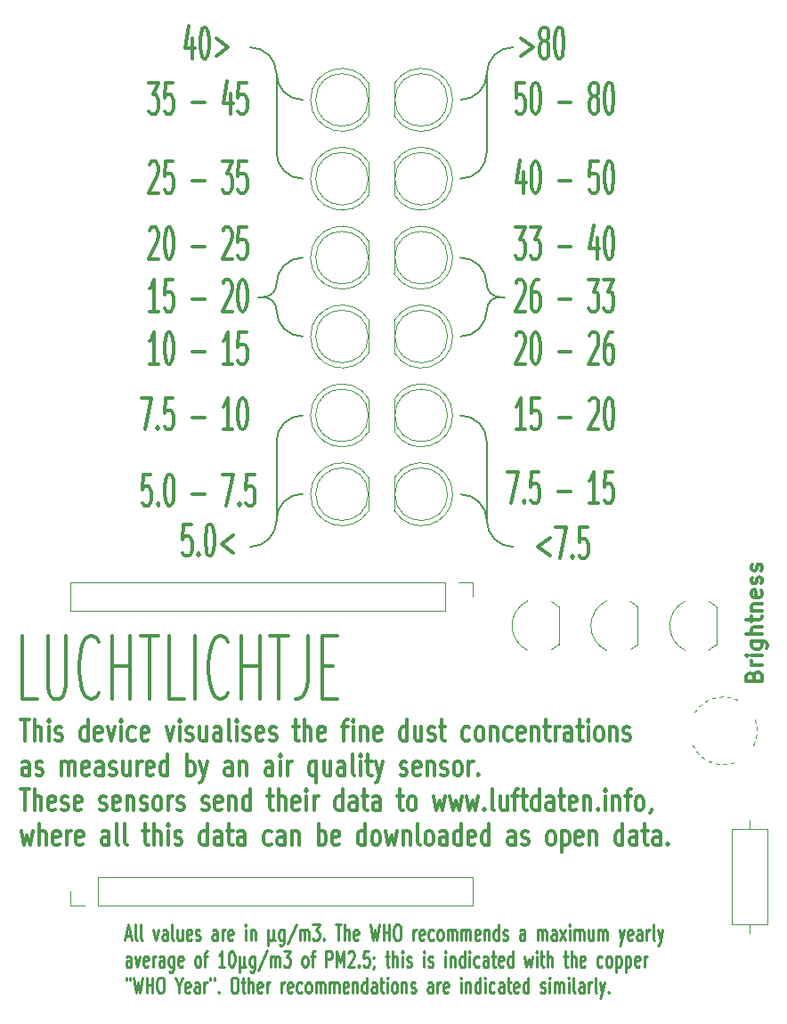
<source format=gbr>
G04 #@! TF.FileFunction,Legend,Top*
%FSLAX46Y46*%
G04 Gerber Fmt 4.6, Leading zero omitted, Abs format (unit mm)*
G04 Created by KiCad (PCBNEW 4.0.6+dfsg1-1) date Mon May 21 22:22:56 2018*
%MOMM*%
%LPD*%
G01*
G04 APERTURE LIST*
%ADD10C,0.100000*%
%ADD11C,0.250000*%
%ADD12C,0.300000*%
%ADD13C,0.200000*%
%ADD14C,0.120000*%
G04 APERTURE END LIST*
D10*
D11*
X63190476Y-139500000D02*
X63666667Y-139500000D01*
X63095238Y-139928571D02*
X63428571Y-138428571D01*
X63761905Y-139928571D01*
X64238095Y-139928571D02*
X64142857Y-139857143D01*
X64095238Y-139714286D01*
X64095238Y-138428571D01*
X64761905Y-139928571D02*
X64666667Y-139857143D01*
X64619048Y-139714286D01*
X64619048Y-138428571D01*
X65809525Y-138928571D02*
X66047620Y-139928571D01*
X66285716Y-138928571D01*
X67095240Y-139928571D02*
X67095240Y-139142857D01*
X67047621Y-139000000D01*
X66952383Y-138928571D01*
X66761906Y-138928571D01*
X66666668Y-139000000D01*
X67095240Y-139857143D02*
X67000002Y-139928571D01*
X66761906Y-139928571D01*
X66666668Y-139857143D01*
X66619049Y-139714286D01*
X66619049Y-139571429D01*
X66666668Y-139428571D01*
X66761906Y-139357143D01*
X67000002Y-139357143D01*
X67095240Y-139285714D01*
X67714287Y-139928571D02*
X67619049Y-139857143D01*
X67571430Y-139714286D01*
X67571430Y-138428571D01*
X68523812Y-138928571D02*
X68523812Y-139928571D01*
X68095240Y-138928571D02*
X68095240Y-139714286D01*
X68142859Y-139857143D01*
X68238097Y-139928571D01*
X68380955Y-139928571D01*
X68476193Y-139857143D01*
X68523812Y-139785714D01*
X69380955Y-139857143D02*
X69285717Y-139928571D01*
X69095240Y-139928571D01*
X69000002Y-139857143D01*
X68952383Y-139714286D01*
X68952383Y-139142857D01*
X69000002Y-139000000D01*
X69095240Y-138928571D01*
X69285717Y-138928571D01*
X69380955Y-139000000D01*
X69428574Y-139142857D01*
X69428574Y-139285714D01*
X68952383Y-139428571D01*
X69809526Y-139857143D02*
X69904764Y-139928571D01*
X70095240Y-139928571D01*
X70190479Y-139857143D01*
X70238098Y-139714286D01*
X70238098Y-139642857D01*
X70190479Y-139500000D01*
X70095240Y-139428571D01*
X69952383Y-139428571D01*
X69857145Y-139357143D01*
X69809526Y-139214286D01*
X69809526Y-139142857D01*
X69857145Y-139000000D01*
X69952383Y-138928571D01*
X70095240Y-138928571D01*
X70190479Y-139000000D01*
X71857146Y-139928571D02*
X71857146Y-139142857D01*
X71809527Y-139000000D01*
X71714289Y-138928571D01*
X71523812Y-138928571D01*
X71428574Y-139000000D01*
X71857146Y-139857143D02*
X71761908Y-139928571D01*
X71523812Y-139928571D01*
X71428574Y-139857143D01*
X71380955Y-139714286D01*
X71380955Y-139571429D01*
X71428574Y-139428571D01*
X71523812Y-139357143D01*
X71761908Y-139357143D01*
X71857146Y-139285714D01*
X72333336Y-139928571D02*
X72333336Y-138928571D01*
X72333336Y-139214286D02*
X72380955Y-139071429D01*
X72428574Y-139000000D01*
X72523812Y-138928571D01*
X72619051Y-138928571D01*
X73333337Y-139857143D02*
X73238099Y-139928571D01*
X73047622Y-139928571D01*
X72952384Y-139857143D01*
X72904765Y-139714286D01*
X72904765Y-139142857D01*
X72952384Y-139000000D01*
X73047622Y-138928571D01*
X73238099Y-138928571D01*
X73333337Y-139000000D01*
X73380956Y-139142857D01*
X73380956Y-139285714D01*
X72904765Y-139428571D01*
X74571432Y-139928571D02*
X74571432Y-138928571D01*
X74571432Y-138428571D02*
X74523813Y-138500000D01*
X74571432Y-138571429D01*
X74619051Y-138500000D01*
X74571432Y-138428571D01*
X74571432Y-138571429D01*
X75047622Y-138928571D02*
X75047622Y-139928571D01*
X75047622Y-139071429D02*
X75095241Y-139000000D01*
X75190479Y-138928571D01*
X75333337Y-138928571D01*
X75428575Y-139000000D01*
X75476194Y-139142857D01*
X75476194Y-139928571D01*
X76714289Y-138928571D02*
X76714289Y-140428571D01*
X77190480Y-139714286D02*
X77238099Y-139857143D01*
X77333337Y-139928571D01*
X76714289Y-139714286D02*
X76761908Y-139857143D01*
X76857146Y-139928571D01*
X77047623Y-139928571D01*
X77142861Y-139857143D01*
X77190480Y-139714286D01*
X77190480Y-138928571D01*
X78190480Y-138928571D02*
X78190480Y-140142857D01*
X78142861Y-140285714D01*
X78095242Y-140357143D01*
X78000003Y-140428571D01*
X77857146Y-140428571D01*
X77761908Y-140357143D01*
X78190480Y-139857143D02*
X78095242Y-139928571D01*
X77904765Y-139928571D01*
X77809527Y-139857143D01*
X77761908Y-139785714D01*
X77714289Y-139642857D01*
X77714289Y-139214286D01*
X77761908Y-139071429D01*
X77809527Y-139000000D01*
X77904765Y-138928571D01*
X78095242Y-138928571D01*
X78190480Y-139000000D01*
X79380956Y-138357143D02*
X78523813Y-140285714D01*
X79714289Y-139928571D02*
X79714289Y-138928571D01*
X79714289Y-139071429D02*
X79761908Y-139000000D01*
X79857146Y-138928571D01*
X80000004Y-138928571D01*
X80095242Y-139000000D01*
X80142861Y-139142857D01*
X80142861Y-139928571D01*
X80142861Y-139142857D02*
X80190480Y-139000000D01*
X80285718Y-138928571D01*
X80428575Y-138928571D01*
X80523813Y-139000000D01*
X80571432Y-139142857D01*
X80571432Y-139928571D01*
X80952384Y-138428571D02*
X81571432Y-138428571D01*
X81238098Y-139000000D01*
X81380956Y-139000000D01*
X81476194Y-139071429D01*
X81523813Y-139142857D01*
X81571432Y-139285714D01*
X81571432Y-139642857D01*
X81523813Y-139785714D01*
X81476194Y-139857143D01*
X81380956Y-139928571D01*
X81095241Y-139928571D01*
X81000003Y-139857143D01*
X80952384Y-139785714D01*
X82000003Y-139785714D02*
X82047622Y-139857143D01*
X82000003Y-139928571D01*
X81952384Y-139857143D01*
X82000003Y-139785714D01*
X82000003Y-139928571D01*
X83095241Y-138428571D02*
X83666670Y-138428571D01*
X83380955Y-139928571D02*
X83380955Y-138428571D01*
X84000003Y-139928571D02*
X84000003Y-138428571D01*
X84428575Y-139928571D02*
X84428575Y-139142857D01*
X84380956Y-139000000D01*
X84285718Y-138928571D01*
X84142860Y-138928571D01*
X84047622Y-139000000D01*
X84000003Y-139071429D01*
X85285718Y-139857143D02*
X85190480Y-139928571D01*
X85000003Y-139928571D01*
X84904765Y-139857143D01*
X84857146Y-139714286D01*
X84857146Y-139142857D01*
X84904765Y-139000000D01*
X85000003Y-138928571D01*
X85190480Y-138928571D01*
X85285718Y-139000000D01*
X85333337Y-139142857D01*
X85333337Y-139285714D01*
X84857146Y-139428571D01*
X86428575Y-138428571D02*
X86666670Y-139928571D01*
X86857147Y-138857143D01*
X87047623Y-139928571D01*
X87285718Y-138428571D01*
X87666670Y-139928571D02*
X87666670Y-138428571D01*
X87666670Y-139142857D02*
X88238099Y-139142857D01*
X88238099Y-139928571D02*
X88238099Y-138428571D01*
X88904765Y-138428571D02*
X89095242Y-138428571D01*
X89190480Y-138500000D01*
X89285718Y-138642857D01*
X89333337Y-138928571D01*
X89333337Y-139428571D01*
X89285718Y-139714286D01*
X89190480Y-139857143D01*
X89095242Y-139928571D01*
X88904765Y-139928571D01*
X88809527Y-139857143D01*
X88714289Y-139714286D01*
X88666670Y-139428571D01*
X88666670Y-138928571D01*
X88714289Y-138642857D01*
X88809527Y-138500000D01*
X88904765Y-138428571D01*
X90523813Y-139928571D02*
X90523813Y-138928571D01*
X90523813Y-139214286D02*
X90571432Y-139071429D01*
X90619051Y-139000000D01*
X90714289Y-138928571D01*
X90809528Y-138928571D01*
X91523814Y-139857143D02*
X91428576Y-139928571D01*
X91238099Y-139928571D01*
X91142861Y-139857143D01*
X91095242Y-139714286D01*
X91095242Y-139142857D01*
X91142861Y-139000000D01*
X91238099Y-138928571D01*
X91428576Y-138928571D01*
X91523814Y-139000000D01*
X91571433Y-139142857D01*
X91571433Y-139285714D01*
X91095242Y-139428571D01*
X92428576Y-139857143D02*
X92333338Y-139928571D01*
X92142861Y-139928571D01*
X92047623Y-139857143D01*
X92000004Y-139785714D01*
X91952385Y-139642857D01*
X91952385Y-139214286D01*
X92000004Y-139071429D01*
X92047623Y-139000000D01*
X92142861Y-138928571D01*
X92333338Y-138928571D01*
X92428576Y-139000000D01*
X93000004Y-139928571D02*
X92904766Y-139857143D01*
X92857147Y-139785714D01*
X92809528Y-139642857D01*
X92809528Y-139214286D01*
X92857147Y-139071429D01*
X92904766Y-139000000D01*
X93000004Y-138928571D01*
X93142862Y-138928571D01*
X93238100Y-139000000D01*
X93285719Y-139071429D01*
X93333338Y-139214286D01*
X93333338Y-139642857D01*
X93285719Y-139785714D01*
X93238100Y-139857143D01*
X93142862Y-139928571D01*
X93000004Y-139928571D01*
X93761909Y-139928571D02*
X93761909Y-138928571D01*
X93761909Y-139071429D02*
X93809528Y-139000000D01*
X93904766Y-138928571D01*
X94047624Y-138928571D01*
X94142862Y-139000000D01*
X94190481Y-139142857D01*
X94190481Y-139928571D01*
X94190481Y-139142857D02*
X94238100Y-139000000D01*
X94333338Y-138928571D01*
X94476195Y-138928571D01*
X94571433Y-139000000D01*
X94619052Y-139142857D01*
X94619052Y-139928571D01*
X95095242Y-139928571D02*
X95095242Y-138928571D01*
X95095242Y-139071429D02*
X95142861Y-139000000D01*
X95238099Y-138928571D01*
X95380957Y-138928571D01*
X95476195Y-139000000D01*
X95523814Y-139142857D01*
X95523814Y-139928571D01*
X95523814Y-139142857D02*
X95571433Y-139000000D01*
X95666671Y-138928571D01*
X95809528Y-138928571D01*
X95904766Y-139000000D01*
X95952385Y-139142857D01*
X95952385Y-139928571D01*
X96809528Y-139857143D02*
X96714290Y-139928571D01*
X96523813Y-139928571D01*
X96428575Y-139857143D01*
X96380956Y-139714286D01*
X96380956Y-139142857D01*
X96428575Y-139000000D01*
X96523813Y-138928571D01*
X96714290Y-138928571D01*
X96809528Y-139000000D01*
X96857147Y-139142857D01*
X96857147Y-139285714D01*
X96380956Y-139428571D01*
X97285718Y-138928571D02*
X97285718Y-139928571D01*
X97285718Y-139071429D02*
X97333337Y-139000000D01*
X97428575Y-138928571D01*
X97571433Y-138928571D01*
X97666671Y-139000000D01*
X97714290Y-139142857D01*
X97714290Y-139928571D01*
X98619052Y-139928571D02*
X98619052Y-138428571D01*
X98619052Y-139857143D02*
X98523814Y-139928571D01*
X98333337Y-139928571D01*
X98238099Y-139857143D01*
X98190480Y-139785714D01*
X98142861Y-139642857D01*
X98142861Y-139214286D01*
X98190480Y-139071429D01*
X98238099Y-139000000D01*
X98333337Y-138928571D01*
X98523814Y-138928571D01*
X98619052Y-139000000D01*
X99047623Y-139857143D02*
X99142861Y-139928571D01*
X99333337Y-139928571D01*
X99428576Y-139857143D01*
X99476195Y-139714286D01*
X99476195Y-139642857D01*
X99428576Y-139500000D01*
X99333337Y-139428571D01*
X99190480Y-139428571D01*
X99095242Y-139357143D01*
X99047623Y-139214286D01*
X99047623Y-139142857D01*
X99095242Y-139000000D01*
X99190480Y-138928571D01*
X99333337Y-138928571D01*
X99428576Y-139000000D01*
X101095243Y-139928571D02*
X101095243Y-139142857D01*
X101047624Y-139000000D01*
X100952386Y-138928571D01*
X100761909Y-138928571D01*
X100666671Y-139000000D01*
X101095243Y-139857143D02*
X101000005Y-139928571D01*
X100761909Y-139928571D01*
X100666671Y-139857143D01*
X100619052Y-139714286D01*
X100619052Y-139571429D01*
X100666671Y-139428571D01*
X100761909Y-139357143D01*
X101000005Y-139357143D01*
X101095243Y-139285714D01*
X102333338Y-139928571D02*
X102333338Y-138928571D01*
X102333338Y-139071429D02*
X102380957Y-139000000D01*
X102476195Y-138928571D01*
X102619053Y-138928571D01*
X102714291Y-139000000D01*
X102761910Y-139142857D01*
X102761910Y-139928571D01*
X102761910Y-139142857D02*
X102809529Y-139000000D01*
X102904767Y-138928571D01*
X103047624Y-138928571D01*
X103142862Y-139000000D01*
X103190481Y-139142857D01*
X103190481Y-139928571D01*
X104095243Y-139928571D02*
X104095243Y-139142857D01*
X104047624Y-139000000D01*
X103952386Y-138928571D01*
X103761909Y-138928571D01*
X103666671Y-139000000D01*
X104095243Y-139857143D02*
X104000005Y-139928571D01*
X103761909Y-139928571D01*
X103666671Y-139857143D01*
X103619052Y-139714286D01*
X103619052Y-139571429D01*
X103666671Y-139428571D01*
X103761909Y-139357143D01*
X104000005Y-139357143D01*
X104095243Y-139285714D01*
X104476195Y-139928571D02*
X105000005Y-138928571D01*
X104476195Y-138928571D02*
X105000005Y-139928571D01*
X105380957Y-139928571D02*
X105380957Y-138928571D01*
X105380957Y-138428571D02*
X105333338Y-138500000D01*
X105380957Y-138571429D01*
X105428576Y-138500000D01*
X105380957Y-138428571D01*
X105380957Y-138571429D01*
X105857147Y-139928571D02*
X105857147Y-138928571D01*
X105857147Y-139071429D02*
X105904766Y-139000000D01*
X106000004Y-138928571D01*
X106142862Y-138928571D01*
X106238100Y-139000000D01*
X106285719Y-139142857D01*
X106285719Y-139928571D01*
X106285719Y-139142857D02*
X106333338Y-139000000D01*
X106428576Y-138928571D01*
X106571433Y-138928571D01*
X106666671Y-139000000D01*
X106714290Y-139142857D01*
X106714290Y-139928571D01*
X107619052Y-138928571D02*
X107619052Y-139928571D01*
X107190480Y-138928571D02*
X107190480Y-139714286D01*
X107238099Y-139857143D01*
X107333337Y-139928571D01*
X107476195Y-139928571D01*
X107571433Y-139857143D01*
X107619052Y-139785714D01*
X108095242Y-139928571D02*
X108095242Y-138928571D01*
X108095242Y-139071429D02*
X108142861Y-139000000D01*
X108238099Y-138928571D01*
X108380957Y-138928571D01*
X108476195Y-139000000D01*
X108523814Y-139142857D01*
X108523814Y-139928571D01*
X108523814Y-139142857D02*
X108571433Y-139000000D01*
X108666671Y-138928571D01*
X108809528Y-138928571D01*
X108904766Y-139000000D01*
X108952385Y-139142857D01*
X108952385Y-139928571D01*
X110095242Y-138928571D02*
X110333337Y-139928571D01*
X110571433Y-138928571D02*
X110333337Y-139928571D01*
X110238099Y-140285714D01*
X110190480Y-140357143D01*
X110095242Y-140428571D01*
X111333338Y-139857143D02*
X111238100Y-139928571D01*
X111047623Y-139928571D01*
X110952385Y-139857143D01*
X110904766Y-139714286D01*
X110904766Y-139142857D01*
X110952385Y-139000000D01*
X111047623Y-138928571D01*
X111238100Y-138928571D01*
X111333338Y-139000000D01*
X111380957Y-139142857D01*
X111380957Y-139285714D01*
X110904766Y-139428571D01*
X112238100Y-139928571D02*
X112238100Y-139142857D01*
X112190481Y-139000000D01*
X112095243Y-138928571D01*
X111904766Y-138928571D01*
X111809528Y-139000000D01*
X112238100Y-139857143D02*
X112142862Y-139928571D01*
X111904766Y-139928571D01*
X111809528Y-139857143D01*
X111761909Y-139714286D01*
X111761909Y-139571429D01*
X111809528Y-139428571D01*
X111904766Y-139357143D01*
X112142862Y-139357143D01*
X112238100Y-139285714D01*
X112714290Y-139928571D02*
X112714290Y-138928571D01*
X112714290Y-139214286D02*
X112761909Y-139071429D01*
X112809528Y-139000000D01*
X112904766Y-138928571D01*
X113000005Y-138928571D01*
X113476195Y-139928571D02*
X113380957Y-139857143D01*
X113333338Y-139714286D01*
X113333338Y-138428571D01*
X113761910Y-138928571D02*
X114000005Y-139928571D01*
X114238101Y-138928571D02*
X114000005Y-139928571D01*
X113904767Y-140285714D01*
X113857148Y-140357143D01*
X113761910Y-140428571D01*
X63666667Y-142428571D02*
X63666667Y-141642857D01*
X63619048Y-141500000D01*
X63523810Y-141428571D01*
X63333333Y-141428571D01*
X63238095Y-141500000D01*
X63666667Y-142357143D02*
X63571429Y-142428571D01*
X63333333Y-142428571D01*
X63238095Y-142357143D01*
X63190476Y-142214286D01*
X63190476Y-142071429D01*
X63238095Y-141928571D01*
X63333333Y-141857143D01*
X63571429Y-141857143D01*
X63666667Y-141785714D01*
X64047619Y-141428571D02*
X64285714Y-142428571D01*
X64523810Y-141428571D01*
X65285715Y-142357143D02*
X65190477Y-142428571D01*
X65000000Y-142428571D01*
X64904762Y-142357143D01*
X64857143Y-142214286D01*
X64857143Y-141642857D01*
X64904762Y-141500000D01*
X65000000Y-141428571D01*
X65190477Y-141428571D01*
X65285715Y-141500000D01*
X65333334Y-141642857D01*
X65333334Y-141785714D01*
X64857143Y-141928571D01*
X65761905Y-142428571D02*
X65761905Y-141428571D01*
X65761905Y-141714286D02*
X65809524Y-141571429D01*
X65857143Y-141500000D01*
X65952381Y-141428571D01*
X66047620Y-141428571D01*
X66809525Y-142428571D02*
X66809525Y-141642857D01*
X66761906Y-141500000D01*
X66666668Y-141428571D01*
X66476191Y-141428571D01*
X66380953Y-141500000D01*
X66809525Y-142357143D02*
X66714287Y-142428571D01*
X66476191Y-142428571D01*
X66380953Y-142357143D01*
X66333334Y-142214286D01*
X66333334Y-142071429D01*
X66380953Y-141928571D01*
X66476191Y-141857143D01*
X66714287Y-141857143D01*
X66809525Y-141785714D01*
X67714287Y-141428571D02*
X67714287Y-142642857D01*
X67666668Y-142785714D01*
X67619049Y-142857143D01*
X67523810Y-142928571D01*
X67380953Y-142928571D01*
X67285715Y-142857143D01*
X67714287Y-142357143D02*
X67619049Y-142428571D01*
X67428572Y-142428571D01*
X67333334Y-142357143D01*
X67285715Y-142285714D01*
X67238096Y-142142857D01*
X67238096Y-141714286D01*
X67285715Y-141571429D01*
X67333334Y-141500000D01*
X67428572Y-141428571D01*
X67619049Y-141428571D01*
X67714287Y-141500000D01*
X68571430Y-142357143D02*
X68476192Y-142428571D01*
X68285715Y-142428571D01*
X68190477Y-142357143D01*
X68142858Y-142214286D01*
X68142858Y-141642857D01*
X68190477Y-141500000D01*
X68285715Y-141428571D01*
X68476192Y-141428571D01*
X68571430Y-141500000D01*
X68619049Y-141642857D01*
X68619049Y-141785714D01*
X68142858Y-141928571D01*
X69952382Y-142428571D02*
X69857144Y-142357143D01*
X69809525Y-142285714D01*
X69761906Y-142142857D01*
X69761906Y-141714286D01*
X69809525Y-141571429D01*
X69857144Y-141500000D01*
X69952382Y-141428571D01*
X70095240Y-141428571D01*
X70190478Y-141500000D01*
X70238097Y-141571429D01*
X70285716Y-141714286D01*
X70285716Y-142142857D01*
X70238097Y-142285714D01*
X70190478Y-142357143D01*
X70095240Y-142428571D01*
X69952382Y-142428571D01*
X70571430Y-141428571D02*
X70952382Y-141428571D01*
X70714287Y-142428571D02*
X70714287Y-141142857D01*
X70761906Y-141000000D01*
X70857144Y-140928571D01*
X70952382Y-140928571D01*
X72571431Y-142428571D02*
X72000002Y-142428571D01*
X72285716Y-142428571D02*
X72285716Y-140928571D01*
X72190478Y-141142857D01*
X72095240Y-141285714D01*
X72000002Y-141357143D01*
X73190478Y-140928571D02*
X73285717Y-140928571D01*
X73380955Y-141000000D01*
X73428574Y-141071429D01*
X73476193Y-141214286D01*
X73523812Y-141500000D01*
X73523812Y-141857143D01*
X73476193Y-142142857D01*
X73428574Y-142285714D01*
X73380955Y-142357143D01*
X73285717Y-142428571D01*
X73190478Y-142428571D01*
X73095240Y-142357143D01*
X73047621Y-142285714D01*
X73000002Y-142142857D01*
X72952383Y-141857143D01*
X72952383Y-141500000D01*
X73000002Y-141214286D01*
X73047621Y-141071429D01*
X73095240Y-141000000D01*
X73190478Y-140928571D01*
X73952383Y-141428571D02*
X73952383Y-142928571D01*
X74428574Y-142214286D02*
X74476193Y-142357143D01*
X74571431Y-142428571D01*
X73952383Y-142214286D02*
X74000002Y-142357143D01*
X74095240Y-142428571D01*
X74285717Y-142428571D01*
X74380955Y-142357143D01*
X74428574Y-142214286D01*
X74428574Y-141428571D01*
X75428574Y-141428571D02*
X75428574Y-142642857D01*
X75380955Y-142785714D01*
X75333336Y-142857143D01*
X75238097Y-142928571D01*
X75095240Y-142928571D01*
X75000002Y-142857143D01*
X75428574Y-142357143D02*
X75333336Y-142428571D01*
X75142859Y-142428571D01*
X75047621Y-142357143D01*
X75000002Y-142285714D01*
X74952383Y-142142857D01*
X74952383Y-141714286D01*
X75000002Y-141571429D01*
X75047621Y-141500000D01*
X75142859Y-141428571D01*
X75333336Y-141428571D01*
X75428574Y-141500000D01*
X76619050Y-140857143D02*
X75761907Y-142785714D01*
X76952383Y-142428571D02*
X76952383Y-141428571D01*
X76952383Y-141571429D02*
X77000002Y-141500000D01*
X77095240Y-141428571D01*
X77238098Y-141428571D01*
X77333336Y-141500000D01*
X77380955Y-141642857D01*
X77380955Y-142428571D01*
X77380955Y-141642857D02*
X77428574Y-141500000D01*
X77523812Y-141428571D01*
X77666669Y-141428571D01*
X77761907Y-141500000D01*
X77809526Y-141642857D01*
X77809526Y-142428571D01*
X78190478Y-140928571D02*
X78809526Y-140928571D01*
X78476192Y-141500000D01*
X78619050Y-141500000D01*
X78714288Y-141571429D01*
X78761907Y-141642857D01*
X78809526Y-141785714D01*
X78809526Y-142142857D01*
X78761907Y-142285714D01*
X78714288Y-142357143D01*
X78619050Y-142428571D01*
X78333335Y-142428571D01*
X78238097Y-142357143D01*
X78190478Y-142285714D01*
X80142859Y-142428571D02*
X80047621Y-142357143D01*
X80000002Y-142285714D01*
X79952383Y-142142857D01*
X79952383Y-141714286D01*
X80000002Y-141571429D01*
X80047621Y-141500000D01*
X80142859Y-141428571D01*
X80285717Y-141428571D01*
X80380955Y-141500000D01*
X80428574Y-141571429D01*
X80476193Y-141714286D01*
X80476193Y-142142857D01*
X80428574Y-142285714D01*
X80380955Y-142357143D01*
X80285717Y-142428571D01*
X80142859Y-142428571D01*
X80761907Y-141428571D02*
X81142859Y-141428571D01*
X80904764Y-142428571D02*
X80904764Y-141142857D01*
X80952383Y-141000000D01*
X81047621Y-140928571D01*
X81142859Y-140928571D01*
X82238098Y-142428571D02*
X82238098Y-140928571D01*
X82619051Y-140928571D01*
X82714289Y-141000000D01*
X82761908Y-141071429D01*
X82809527Y-141214286D01*
X82809527Y-141428571D01*
X82761908Y-141571429D01*
X82714289Y-141642857D01*
X82619051Y-141714286D01*
X82238098Y-141714286D01*
X83238098Y-142428571D02*
X83238098Y-140928571D01*
X83571432Y-142000000D01*
X83904765Y-140928571D01*
X83904765Y-142428571D01*
X84333336Y-141071429D02*
X84380955Y-141000000D01*
X84476193Y-140928571D01*
X84714289Y-140928571D01*
X84809527Y-141000000D01*
X84857146Y-141071429D01*
X84904765Y-141214286D01*
X84904765Y-141357143D01*
X84857146Y-141571429D01*
X84285717Y-142428571D01*
X84904765Y-142428571D01*
X85333336Y-142285714D02*
X85380955Y-142357143D01*
X85333336Y-142428571D01*
X85285717Y-142357143D01*
X85333336Y-142285714D01*
X85333336Y-142428571D01*
X86285717Y-140928571D02*
X85809526Y-140928571D01*
X85761907Y-141642857D01*
X85809526Y-141571429D01*
X85904764Y-141500000D01*
X86142860Y-141500000D01*
X86238098Y-141571429D01*
X86285717Y-141642857D01*
X86333336Y-141785714D01*
X86333336Y-142142857D01*
X86285717Y-142285714D01*
X86238098Y-142357143D01*
X86142860Y-142428571D01*
X85904764Y-142428571D01*
X85809526Y-142357143D01*
X85761907Y-142285714D01*
X86809526Y-142357143D02*
X86809526Y-142428571D01*
X86761907Y-142571429D01*
X86714288Y-142642857D01*
X86761907Y-141500000D02*
X86809526Y-141571429D01*
X86761907Y-141642857D01*
X86714288Y-141571429D01*
X86761907Y-141500000D01*
X86761907Y-141642857D01*
X87857145Y-141428571D02*
X88238097Y-141428571D01*
X88000002Y-140928571D02*
X88000002Y-142214286D01*
X88047621Y-142357143D01*
X88142859Y-142428571D01*
X88238097Y-142428571D01*
X88571431Y-142428571D02*
X88571431Y-140928571D01*
X89000003Y-142428571D02*
X89000003Y-141642857D01*
X88952384Y-141500000D01*
X88857146Y-141428571D01*
X88714288Y-141428571D01*
X88619050Y-141500000D01*
X88571431Y-141571429D01*
X89476193Y-142428571D02*
X89476193Y-141428571D01*
X89476193Y-140928571D02*
X89428574Y-141000000D01*
X89476193Y-141071429D01*
X89523812Y-141000000D01*
X89476193Y-140928571D01*
X89476193Y-141071429D01*
X89904764Y-142357143D02*
X90000002Y-142428571D01*
X90190478Y-142428571D01*
X90285717Y-142357143D01*
X90333336Y-142214286D01*
X90333336Y-142142857D01*
X90285717Y-142000000D01*
X90190478Y-141928571D01*
X90047621Y-141928571D01*
X89952383Y-141857143D01*
X89904764Y-141714286D01*
X89904764Y-141642857D01*
X89952383Y-141500000D01*
X90047621Y-141428571D01*
X90190478Y-141428571D01*
X90285717Y-141500000D01*
X91523812Y-142428571D02*
X91523812Y-141428571D01*
X91523812Y-140928571D02*
X91476193Y-141000000D01*
X91523812Y-141071429D01*
X91571431Y-141000000D01*
X91523812Y-140928571D01*
X91523812Y-141071429D01*
X91952383Y-142357143D02*
X92047621Y-142428571D01*
X92238097Y-142428571D01*
X92333336Y-142357143D01*
X92380955Y-142214286D01*
X92380955Y-142142857D01*
X92333336Y-142000000D01*
X92238097Y-141928571D01*
X92095240Y-141928571D01*
X92000002Y-141857143D01*
X91952383Y-141714286D01*
X91952383Y-141642857D01*
X92000002Y-141500000D01*
X92095240Y-141428571D01*
X92238097Y-141428571D01*
X92333336Y-141500000D01*
X93571431Y-142428571D02*
X93571431Y-141428571D01*
X93571431Y-140928571D02*
X93523812Y-141000000D01*
X93571431Y-141071429D01*
X93619050Y-141000000D01*
X93571431Y-140928571D01*
X93571431Y-141071429D01*
X94047621Y-141428571D02*
X94047621Y-142428571D01*
X94047621Y-141571429D02*
X94095240Y-141500000D01*
X94190478Y-141428571D01*
X94333336Y-141428571D01*
X94428574Y-141500000D01*
X94476193Y-141642857D01*
X94476193Y-142428571D01*
X95380955Y-142428571D02*
X95380955Y-140928571D01*
X95380955Y-142357143D02*
X95285717Y-142428571D01*
X95095240Y-142428571D01*
X95000002Y-142357143D01*
X94952383Y-142285714D01*
X94904764Y-142142857D01*
X94904764Y-141714286D01*
X94952383Y-141571429D01*
X95000002Y-141500000D01*
X95095240Y-141428571D01*
X95285717Y-141428571D01*
X95380955Y-141500000D01*
X95857145Y-142428571D02*
X95857145Y-141428571D01*
X95857145Y-140928571D02*
X95809526Y-141000000D01*
X95857145Y-141071429D01*
X95904764Y-141000000D01*
X95857145Y-140928571D01*
X95857145Y-141071429D01*
X96761907Y-142357143D02*
X96666669Y-142428571D01*
X96476192Y-142428571D01*
X96380954Y-142357143D01*
X96333335Y-142285714D01*
X96285716Y-142142857D01*
X96285716Y-141714286D01*
X96333335Y-141571429D01*
X96380954Y-141500000D01*
X96476192Y-141428571D01*
X96666669Y-141428571D01*
X96761907Y-141500000D01*
X97619050Y-142428571D02*
X97619050Y-141642857D01*
X97571431Y-141500000D01*
X97476193Y-141428571D01*
X97285716Y-141428571D01*
X97190478Y-141500000D01*
X97619050Y-142357143D02*
X97523812Y-142428571D01*
X97285716Y-142428571D01*
X97190478Y-142357143D01*
X97142859Y-142214286D01*
X97142859Y-142071429D01*
X97190478Y-141928571D01*
X97285716Y-141857143D01*
X97523812Y-141857143D01*
X97619050Y-141785714D01*
X97952383Y-141428571D02*
X98333335Y-141428571D01*
X98095240Y-140928571D02*
X98095240Y-142214286D01*
X98142859Y-142357143D01*
X98238097Y-142428571D01*
X98333335Y-142428571D01*
X99047622Y-142357143D02*
X98952384Y-142428571D01*
X98761907Y-142428571D01*
X98666669Y-142357143D01*
X98619050Y-142214286D01*
X98619050Y-141642857D01*
X98666669Y-141500000D01*
X98761907Y-141428571D01*
X98952384Y-141428571D01*
X99047622Y-141500000D01*
X99095241Y-141642857D01*
X99095241Y-141785714D01*
X98619050Y-141928571D01*
X99952384Y-142428571D02*
X99952384Y-140928571D01*
X99952384Y-142357143D02*
X99857146Y-142428571D01*
X99666669Y-142428571D01*
X99571431Y-142357143D01*
X99523812Y-142285714D01*
X99476193Y-142142857D01*
X99476193Y-141714286D01*
X99523812Y-141571429D01*
X99571431Y-141500000D01*
X99666669Y-141428571D01*
X99857146Y-141428571D01*
X99952384Y-141500000D01*
X101095241Y-141428571D02*
X101285717Y-142428571D01*
X101476194Y-141714286D01*
X101666670Y-142428571D01*
X101857146Y-141428571D01*
X102238098Y-142428571D02*
X102238098Y-141428571D01*
X102238098Y-140928571D02*
X102190479Y-141000000D01*
X102238098Y-141071429D01*
X102285717Y-141000000D01*
X102238098Y-140928571D01*
X102238098Y-141071429D01*
X102571431Y-141428571D02*
X102952383Y-141428571D01*
X102714288Y-140928571D02*
X102714288Y-142214286D01*
X102761907Y-142357143D01*
X102857145Y-142428571D01*
X102952383Y-142428571D01*
X103285717Y-142428571D02*
X103285717Y-140928571D01*
X103714289Y-142428571D02*
X103714289Y-141642857D01*
X103666670Y-141500000D01*
X103571432Y-141428571D01*
X103428574Y-141428571D01*
X103333336Y-141500000D01*
X103285717Y-141571429D01*
X104809527Y-141428571D02*
X105190479Y-141428571D01*
X104952384Y-140928571D02*
X104952384Y-142214286D01*
X105000003Y-142357143D01*
X105095241Y-142428571D01*
X105190479Y-142428571D01*
X105523813Y-142428571D02*
X105523813Y-140928571D01*
X105952385Y-142428571D02*
X105952385Y-141642857D01*
X105904766Y-141500000D01*
X105809528Y-141428571D01*
X105666670Y-141428571D01*
X105571432Y-141500000D01*
X105523813Y-141571429D01*
X106809528Y-142357143D02*
X106714290Y-142428571D01*
X106523813Y-142428571D01*
X106428575Y-142357143D01*
X106380956Y-142214286D01*
X106380956Y-141642857D01*
X106428575Y-141500000D01*
X106523813Y-141428571D01*
X106714290Y-141428571D01*
X106809528Y-141500000D01*
X106857147Y-141642857D01*
X106857147Y-141785714D01*
X106380956Y-141928571D01*
X108476195Y-142357143D02*
X108380957Y-142428571D01*
X108190480Y-142428571D01*
X108095242Y-142357143D01*
X108047623Y-142285714D01*
X108000004Y-142142857D01*
X108000004Y-141714286D01*
X108047623Y-141571429D01*
X108095242Y-141500000D01*
X108190480Y-141428571D01*
X108380957Y-141428571D01*
X108476195Y-141500000D01*
X109047623Y-142428571D02*
X108952385Y-142357143D01*
X108904766Y-142285714D01*
X108857147Y-142142857D01*
X108857147Y-141714286D01*
X108904766Y-141571429D01*
X108952385Y-141500000D01*
X109047623Y-141428571D01*
X109190481Y-141428571D01*
X109285719Y-141500000D01*
X109333338Y-141571429D01*
X109380957Y-141714286D01*
X109380957Y-142142857D01*
X109333338Y-142285714D01*
X109285719Y-142357143D01*
X109190481Y-142428571D01*
X109047623Y-142428571D01*
X109809528Y-141428571D02*
X109809528Y-142928571D01*
X109809528Y-141500000D02*
X109904766Y-141428571D01*
X110095243Y-141428571D01*
X110190481Y-141500000D01*
X110238100Y-141571429D01*
X110285719Y-141714286D01*
X110285719Y-142142857D01*
X110238100Y-142285714D01*
X110190481Y-142357143D01*
X110095243Y-142428571D01*
X109904766Y-142428571D01*
X109809528Y-142357143D01*
X110714290Y-141428571D02*
X110714290Y-142928571D01*
X110714290Y-141500000D02*
X110809528Y-141428571D01*
X111000005Y-141428571D01*
X111095243Y-141500000D01*
X111142862Y-141571429D01*
X111190481Y-141714286D01*
X111190481Y-142142857D01*
X111142862Y-142285714D01*
X111095243Y-142357143D01*
X111000005Y-142428571D01*
X110809528Y-142428571D01*
X110714290Y-142357143D01*
X112000005Y-142357143D02*
X111904767Y-142428571D01*
X111714290Y-142428571D01*
X111619052Y-142357143D01*
X111571433Y-142214286D01*
X111571433Y-141642857D01*
X111619052Y-141500000D01*
X111714290Y-141428571D01*
X111904767Y-141428571D01*
X112000005Y-141500000D01*
X112047624Y-141642857D01*
X112047624Y-141785714D01*
X111571433Y-141928571D01*
X112476195Y-142428571D02*
X112476195Y-141428571D01*
X112476195Y-141714286D02*
X112523814Y-141571429D01*
X112571433Y-141500000D01*
X112666671Y-141428571D01*
X112761910Y-141428571D01*
X63190476Y-143428571D02*
X63190476Y-143714286D01*
X63571429Y-143428571D02*
X63571429Y-143714286D01*
X63904762Y-143428571D02*
X64142857Y-144928571D01*
X64333334Y-143857143D01*
X64523810Y-144928571D01*
X64761905Y-143428571D01*
X65142857Y-144928571D02*
X65142857Y-143428571D01*
X65142857Y-144142857D02*
X65714286Y-144142857D01*
X65714286Y-144928571D02*
X65714286Y-143428571D01*
X66380952Y-143428571D02*
X66571429Y-143428571D01*
X66666667Y-143500000D01*
X66761905Y-143642857D01*
X66809524Y-143928571D01*
X66809524Y-144428571D01*
X66761905Y-144714286D01*
X66666667Y-144857143D01*
X66571429Y-144928571D01*
X66380952Y-144928571D01*
X66285714Y-144857143D01*
X66190476Y-144714286D01*
X66142857Y-144428571D01*
X66142857Y-143928571D01*
X66190476Y-143642857D01*
X66285714Y-143500000D01*
X66380952Y-143428571D01*
X68190476Y-144214286D02*
X68190476Y-144928571D01*
X67857143Y-143428571D02*
X68190476Y-144214286D01*
X68523810Y-143428571D01*
X69238096Y-144857143D02*
X69142858Y-144928571D01*
X68952381Y-144928571D01*
X68857143Y-144857143D01*
X68809524Y-144714286D01*
X68809524Y-144142857D01*
X68857143Y-144000000D01*
X68952381Y-143928571D01*
X69142858Y-143928571D01*
X69238096Y-144000000D01*
X69285715Y-144142857D01*
X69285715Y-144285714D01*
X68809524Y-144428571D01*
X70142858Y-144928571D02*
X70142858Y-144142857D01*
X70095239Y-144000000D01*
X70000001Y-143928571D01*
X69809524Y-143928571D01*
X69714286Y-144000000D01*
X70142858Y-144857143D02*
X70047620Y-144928571D01*
X69809524Y-144928571D01*
X69714286Y-144857143D01*
X69666667Y-144714286D01*
X69666667Y-144571429D01*
X69714286Y-144428571D01*
X69809524Y-144357143D01*
X70047620Y-144357143D01*
X70142858Y-144285714D01*
X70619048Y-144928571D02*
X70619048Y-143928571D01*
X70619048Y-144214286D02*
X70666667Y-144071429D01*
X70714286Y-144000000D01*
X70809524Y-143928571D01*
X70904763Y-143928571D01*
X71190477Y-143428571D02*
X71190477Y-143714286D01*
X71571430Y-143428571D02*
X71571430Y-143714286D01*
X72000001Y-144785714D02*
X72047620Y-144857143D01*
X72000001Y-144928571D01*
X71952382Y-144857143D01*
X72000001Y-144785714D01*
X72000001Y-144928571D01*
X73428572Y-143428571D02*
X73619049Y-143428571D01*
X73714287Y-143500000D01*
X73809525Y-143642857D01*
X73857144Y-143928571D01*
X73857144Y-144428571D01*
X73809525Y-144714286D01*
X73714287Y-144857143D01*
X73619049Y-144928571D01*
X73428572Y-144928571D01*
X73333334Y-144857143D01*
X73238096Y-144714286D01*
X73190477Y-144428571D01*
X73190477Y-143928571D01*
X73238096Y-143642857D01*
X73333334Y-143500000D01*
X73428572Y-143428571D01*
X74142858Y-143928571D02*
X74523810Y-143928571D01*
X74285715Y-143428571D02*
X74285715Y-144714286D01*
X74333334Y-144857143D01*
X74428572Y-144928571D01*
X74523810Y-144928571D01*
X74857144Y-144928571D02*
X74857144Y-143428571D01*
X75285716Y-144928571D02*
X75285716Y-144142857D01*
X75238097Y-144000000D01*
X75142859Y-143928571D01*
X75000001Y-143928571D01*
X74904763Y-144000000D01*
X74857144Y-144071429D01*
X76142859Y-144857143D02*
X76047621Y-144928571D01*
X75857144Y-144928571D01*
X75761906Y-144857143D01*
X75714287Y-144714286D01*
X75714287Y-144142857D01*
X75761906Y-144000000D01*
X75857144Y-143928571D01*
X76047621Y-143928571D01*
X76142859Y-144000000D01*
X76190478Y-144142857D01*
X76190478Y-144285714D01*
X75714287Y-144428571D01*
X76619049Y-144928571D02*
X76619049Y-143928571D01*
X76619049Y-144214286D02*
X76666668Y-144071429D01*
X76714287Y-144000000D01*
X76809525Y-143928571D01*
X76904764Y-143928571D01*
X78000002Y-144928571D02*
X78000002Y-143928571D01*
X78000002Y-144214286D02*
X78047621Y-144071429D01*
X78095240Y-144000000D01*
X78190478Y-143928571D01*
X78285717Y-143928571D01*
X79000003Y-144857143D02*
X78904765Y-144928571D01*
X78714288Y-144928571D01*
X78619050Y-144857143D01*
X78571431Y-144714286D01*
X78571431Y-144142857D01*
X78619050Y-144000000D01*
X78714288Y-143928571D01*
X78904765Y-143928571D01*
X79000003Y-144000000D01*
X79047622Y-144142857D01*
X79047622Y-144285714D01*
X78571431Y-144428571D01*
X79904765Y-144857143D02*
X79809527Y-144928571D01*
X79619050Y-144928571D01*
X79523812Y-144857143D01*
X79476193Y-144785714D01*
X79428574Y-144642857D01*
X79428574Y-144214286D01*
X79476193Y-144071429D01*
X79523812Y-144000000D01*
X79619050Y-143928571D01*
X79809527Y-143928571D01*
X79904765Y-144000000D01*
X80476193Y-144928571D02*
X80380955Y-144857143D01*
X80333336Y-144785714D01*
X80285717Y-144642857D01*
X80285717Y-144214286D01*
X80333336Y-144071429D01*
X80380955Y-144000000D01*
X80476193Y-143928571D01*
X80619051Y-143928571D01*
X80714289Y-144000000D01*
X80761908Y-144071429D01*
X80809527Y-144214286D01*
X80809527Y-144642857D01*
X80761908Y-144785714D01*
X80714289Y-144857143D01*
X80619051Y-144928571D01*
X80476193Y-144928571D01*
X81238098Y-144928571D02*
X81238098Y-143928571D01*
X81238098Y-144071429D02*
X81285717Y-144000000D01*
X81380955Y-143928571D01*
X81523813Y-143928571D01*
X81619051Y-144000000D01*
X81666670Y-144142857D01*
X81666670Y-144928571D01*
X81666670Y-144142857D02*
X81714289Y-144000000D01*
X81809527Y-143928571D01*
X81952384Y-143928571D01*
X82047622Y-144000000D01*
X82095241Y-144142857D01*
X82095241Y-144928571D01*
X82571431Y-144928571D02*
X82571431Y-143928571D01*
X82571431Y-144071429D02*
X82619050Y-144000000D01*
X82714288Y-143928571D01*
X82857146Y-143928571D01*
X82952384Y-144000000D01*
X83000003Y-144142857D01*
X83000003Y-144928571D01*
X83000003Y-144142857D02*
X83047622Y-144000000D01*
X83142860Y-143928571D01*
X83285717Y-143928571D01*
X83380955Y-144000000D01*
X83428574Y-144142857D01*
X83428574Y-144928571D01*
X84285717Y-144857143D02*
X84190479Y-144928571D01*
X84000002Y-144928571D01*
X83904764Y-144857143D01*
X83857145Y-144714286D01*
X83857145Y-144142857D01*
X83904764Y-144000000D01*
X84000002Y-143928571D01*
X84190479Y-143928571D01*
X84285717Y-144000000D01*
X84333336Y-144142857D01*
X84333336Y-144285714D01*
X83857145Y-144428571D01*
X84761907Y-143928571D02*
X84761907Y-144928571D01*
X84761907Y-144071429D02*
X84809526Y-144000000D01*
X84904764Y-143928571D01*
X85047622Y-143928571D01*
X85142860Y-144000000D01*
X85190479Y-144142857D01*
X85190479Y-144928571D01*
X86095241Y-144928571D02*
X86095241Y-143428571D01*
X86095241Y-144857143D02*
X86000003Y-144928571D01*
X85809526Y-144928571D01*
X85714288Y-144857143D01*
X85666669Y-144785714D01*
X85619050Y-144642857D01*
X85619050Y-144214286D01*
X85666669Y-144071429D01*
X85714288Y-144000000D01*
X85809526Y-143928571D01*
X86000003Y-143928571D01*
X86095241Y-144000000D01*
X87000003Y-144928571D02*
X87000003Y-144142857D01*
X86952384Y-144000000D01*
X86857146Y-143928571D01*
X86666669Y-143928571D01*
X86571431Y-144000000D01*
X87000003Y-144857143D02*
X86904765Y-144928571D01*
X86666669Y-144928571D01*
X86571431Y-144857143D01*
X86523812Y-144714286D01*
X86523812Y-144571429D01*
X86571431Y-144428571D01*
X86666669Y-144357143D01*
X86904765Y-144357143D01*
X87000003Y-144285714D01*
X87333336Y-143928571D02*
X87714288Y-143928571D01*
X87476193Y-143428571D02*
X87476193Y-144714286D01*
X87523812Y-144857143D01*
X87619050Y-144928571D01*
X87714288Y-144928571D01*
X88047622Y-144928571D02*
X88047622Y-143928571D01*
X88047622Y-143428571D02*
X88000003Y-143500000D01*
X88047622Y-143571429D01*
X88095241Y-143500000D01*
X88047622Y-143428571D01*
X88047622Y-143571429D01*
X88666669Y-144928571D02*
X88571431Y-144857143D01*
X88523812Y-144785714D01*
X88476193Y-144642857D01*
X88476193Y-144214286D01*
X88523812Y-144071429D01*
X88571431Y-144000000D01*
X88666669Y-143928571D01*
X88809527Y-143928571D01*
X88904765Y-144000000D01*
X88952384Y-144071429D01*
X89000003Y-144214286D01*
X89000003Y-144642857D01*
X88952384Y-144785714D01*
X88904765Y-144857143D01*
X88809527Y-144928571D01*
X88666669Y-144928571D01*
X89428574Y-143928571D02*
X89428574Y-144928571D01*
X89428574Y-144071429D02*
X89476193Y-144000000D01*
X89571431Y-143928571D01*
X89714289Y-143928571D01*
X89809527Y-144000000D01*
X89857146Y-144142857D01*
X89857146Y-144928571D01*
X90285717Y-144857143D02*
X90380955Y-144928571D01*
X90571431Y-144928571D01*
X90666670Y-144857143D01*
X90714289Y-144714286D01*
X90714289Y-144642857D01*
X90666670Y-144500000D01*
X90571431Y-144428571D01*
X90428574Y-144428571D01*
X90333336Y-144357143D01*
X90285717Y-144214286D01*
X90285717Y-144142857D01*
X90333336Y-144000000D01*
X90428574Y-143928571D01*
X90571431Y-143928571D01*
X90666670Y-144000000D01*
X92333337Y-144928571D02*
X92333337Y-144142857D01*
X92285718Y-144000000D01*
X92190480Y-143928571D01*
X92000003Y-143928571D01*
X91904765Y-144000000D01*
X92333337Y-144857143D02*
X92238099Y-144928571D01*
X92000003Y-144928571D01*
X91904765Y-144857143D01*
X91857146Y-144714286D01*
X91857146Y-144571429D01*
X91904765Y-144428571D01*
X92000003Y-144357143D01*
X92238099Y-144357143D01*
X92333337Y-144285714D01*
X92809527Y-144928571D02*
X92809527Y-143928571D01*
X92809527Y-144214286D02*
X92857146Y-144071429D01*
X92904765Y-144000000D01*
X93000003Y-143928571D01*
X93095242Y-143928571D01*
X93809528Y-144857143D02*
X93714290Y-144928571D01*
X93523813Y-144928571D01*
X93428575Y-144857143D01*
X93380956Y-144714286D01*
X93380956Y-144142857D01*
X93428575Y-144000000D01*
X93523813Y-143928571D01*
X93714290Y-143928571D01*
X93809528Y-144000000D01*
X93857147Y-144142857D01*
X93857147Y-144285714D01*
X93380956Y-144428571D01*
X95047623Y-144928571D02*
X95047623Y-143928571D01*
X95047623Y-143428571D02*
X95000004Y-143500000D01*
X95047623Y-143571429D01*
X95095242Y-143500000D01*
X95047623Y-143428571D01*
X95047623Y-143571429D01*
X95523813Y-143928571D02*
X95523813Y-144928571D01*
X95523813Y-144071429D02*
X95571432Y-144000000D01*
X95666670Y-143928571D01*
X95809528Y-143928571D01*
X95904766Y-144000000D01*
X95952385Y-144142857D01*
X95952385Y-144928571D01*
X96857147Y-144928571D02*
X96857147Y-143428571D01*
X96857147Y-144857143D02*
X96761909Y-144928571D01*
X96571432Y-144928571D01*
X96476194Y-144857143D01*
X96428575Y-144785714D01*
X96380956Y-144642857D01*
X96380956Y-144214286D01*
X96428575Y-144071429D01*
X96476194Y-144000000D01*
X96571432Y-143928571D01*
X96761909Y-143928571D01*
X96857147Y-144000000D01*
X97333337Y-144928571D02*
X97333337Y-143928571D01*
X97333337Y-143428571D02*
X97285718Y-143500000D01*
X97333337Y-143571429D01*
X97380956Y-143500000D01*
X97333337Y-143428571D01*
X97333337Y-143571429D01*
X98238099Y-144857143D02*
X98142861Y-144928571D01*
X97952384Y-144928571D01*
X97857146Y-144857143D01*
X97809527Y-144785714D01*
X97761908Y-144642857D01*
X97761908Y-144214286D01*
X97809527Y-144071429D01*
X97857146Y-144000000D01*
X97952384Y-143928571D01*
X98142861Y-143928571D01*
X98238099Y-144000000D01*
X99095242Y-144928571D02*
X99095242Y-144142857D01*
X99047623Y-144000000D01*
X98952385Y-143928571D01*
X98761908Y-143928571D01*
X98666670Y-144000000D01*
X99095242Y-144857143D02*
X99000004Y-144928571D01*
X98761908Y-144928571D01*
X98666670Y-144857143D01*
X98619051Y-144714286D01*
X98619051Y-144571429D01*
X98666670Y-144428571D01*
X98761908Y-144357143D01*
X99000004Y-144357143D01*
X99095242Y-144285714D01*
X99428575Y-143928571D02*
X99809527Y-143928571D01*
X99571432Y-143428571D02*
X99571432Y-144714286D01*
X99619051Y-144857143D01*
X99714289Y-144928571D01*
X99809527Y-144928571D01*
X100523814Y-144857143D02*
X100428576Y-144928571D01*
X100238099Y-144928571D01*
X100142861Y-144857143D01*
X100095242Y-144714286D01*
X100095242Y-144142857D01*
X100142861Y-144000000D01*
X100238099Y-143928571D01*
X100428576Y-143928571D01*
X100523814Y-144000000D01*
X100571433Y-144142857D01*
X100571433Y-144285714D01*
X100095242Y-144428571D01*
X101428576Y-144928571D02*
X101428576Y-143428571D01*
X101428576Y-144857143D02*
X101333338Y-144928571D01*
X101142861Y-144928571D01*
X101047623Y-144857143D01*
X101000004Y-144785714D01*
X100952385Y-144642857D01*
X100952385Y-144214286D01*
X101000004Y-144071429D01*
X101047623Y-144000000D01*
X101142861Y-143928571D01*
X101333338Y-143928571D01*
X101428576Y-144000000D01*
X102619052Y-144857143D02*
X102714290Y-144928571D01*
X102904766Y-144928571D01*
X103000005Y-144857143D01*
X103047624Y-144714286D01*
X103047624Y-144642857D01*
X103000005Y-144500000D01*
X102904766Y-144428571D01*
X102761909Y-144428571D01*
X102666671Y-144357143D01*
X102619052Y-144214286D01*
X102619052Y-144142857D01*
X102666671Y-144000000D01*
X102761909Y-143928571D01*
X102904766Y-143928571D01*
X103000005Y-144000000D01*
X103476195Y-144928571D02*
X103476195Y-143928571D01*
X103476195Y-143428571D02*
X103428576Y-143500000D01*
X103476195Y-143571429D01*
X103523814Y-143500000D01*
X103476195Y-143428571D01*
X103476195Y-143571429D01*
X103952385Y-144928571D02*
X103952385Y-143928571D01*
X103952385Y-144071429D02*
X104000004Y-144000000D01*
X104095242Y-143928571D01*
X104238100Y-143928571D01*
X104333338Y-144000000D01*
X104380957Y-144142857D01*
X104380957Y-144928571D01*
X104380957Y-144142857D02*
X104428576Y-144000000D01*
X104523814Y-143928571D01*
X104666671Y-143928571D01*
X104761909Y-144000000D01*
X104809528Y-144142857D01*
X104809528Y-144928571D01*
X105285718Y-144928571D02*
X105285718Y-143928571D01*
X105285718Y-143428571D02*
X105238099Y-143500000D01*
X105285718Y-143571429D01*
X105333337Y-143500000D01*
X105285718Y-143428571D01*
X105285718Y-143571429D01*
X105904765Y-144928571D02*
X105809527Y-144857143D01*
X105761908Y-144714286D01*
X105761908Y-143428571D01*
X106714290Y-144928571D02*
X106714290Y-144142857D01*
X106666671Y-144000000D01*
X106571433Y-143928571D01*
X106380956Y-143928571D01*
X106285718Y-144000000D01*
X106714290Y-144857143D02*
X106619052Y-144928571D01*
X106380956Y-144928571D01*
X106285718Y-144857143D01*
X106238099Y-144714286D01*
X106238099Y-144571429D01*
X106285718Y-144428571D01*
X106380956Y-144357143D01*
X106619052Y-144357143D01*
X106714290Y-144285714D01*
X107190480Y-144928571D02*
X107190480Y-143928571D01*
X107190480Y-144214286D02*
X107238099Y-144071429D01*
X107285718Y-144000000D01*
X107380956Y-143928571D01*
X107476195Y-143928571D01*
X107952385Y-144928571D02*
X107857147Y-144857143D01*
X107809528Y-144714286D01*
X107809528Y-143428571D01*
X108238100Y-143928571D02*
X108476195Y-144928571D01*
X108714291Y-143928571D02*
X108476195Y-144928571D01*
X108380957Y-145285714D01*
X108333338Y-145357143D01*
X108238100Y-145428571D01*
X109095243Y-144785714D02*
X109142862Y-144857143D01*
X109095243Y-144928571D01*
X109047624Y-144857143D01*
X109095243Y-144785714D01*
X109095243Y-144928571D01*
D12*
X53142857Y-118954762D02*
X54000000Y-118954762D01*
X53571429Y-120954762D02*
X53571429Y-118954762D01*
X54500000Y-120954762D02*
X54500000Y-118954762D01*
X55142857Y-120954762D02*
X55142857Y-119907143D01*
X55071428Y-119716667D01*
X54928571Y-119621429D01*
X54714286Y-119621429D01*
X54571428Y-119716667D01*
X54500000Y-119811905D01*
X55857143Y-120954762D02*
X55857143Y-119621429D01*
X55857143Y-118954762D02*
X55785714Y-119050000D01*
X55857143Y-119145238D01*
X55928571Y-119050000D01*
X55857143Y-118954762D01*
X55857143Y-119145238D01*
X56500000Y-120859524D02*
X56642857Y-120954762D01*
X56928572Y-120954762D01*
X57071429Y-120859524D01*
X57142857Y-120669048D01*
X57142857Y-120573810D01*
X57071429Y-120383333D01*
X56928572Y-120288095D01*
X56714286Y-120288095D01*
X56571429Y-120192857D01*
X56500000Y-120002381D01*
X56500000Y-119907143D01*
X56571429Y-119716667D01*
X56714286Y-119621429D01*
X56928572Y-119621429D01*
X57071429Y-119716667D01*
X59571429Y-120954762D02*
X59571429Y-118954762D01*
X59571429Y-120859524D02*
X59428572Y-120954762D01*
X59142858Y-120954762D01*
X59000000Y-120859524D01*
X58928572Y-120764286D01*
X58857143Y-120573810D01*
X58857143Y-120002381D01*
X58928572Y-119811905D01*
X59000000Y-119716667D01*
X59142858Y-119621429D01*
X59428572Y-119621429D01*
X59571429Y-119716667D01*
X60857143Y-120859524D02*
X60714286Y-120954762D01*
X60428572Y-120954762D01*
X60285715Y-120859524D01*
X60214286Y-120669048D01*
X60214286Y-119907143D01*
X60285715Y-119716667D01*
X60428572Y-119621429D01*
X60714286Y-119621429D01*
X60857143Y-119716667D01*
X60928572Y-119907143D01*
X60928572Y-120097619D01*
X60214286Y-120288095D01*
X61428572Y-119621429D02*
X61785715Y-120954762D01*
X62142857Y-119621429D01*
X62714286Y-120954762D02*
X62714286Y-119621429D01*
X62714286Y-118954762D02*
X62642857Y-119050000D01*
X62714286Y-119145238D01*
X62785714Y-119050000D01*
X62714286Y-118954762D01*
X62714286Y-119145238D01*
X64071429Y-120859524D02*
X63928572Y-120954762D01*
X63642858Y-120954762D01*
X63500000Y-120859524D01*
X63428572Y-120764286D01*
X63357143Y-120573810D01*
X63357143Y-120002381D01*
X63428572Y-119811905D01*
X63500000Y-119716667D01*
X63642858Y-119621429D01*
X63928572Y-119621429D01*
X64071429Y-119716667D01*
X65285714Y-120859524D02*
X65142857Y-120954762D01*
X64857143Y-120954762D01*
X64714286Y-120859524D01*
X64642857Y-120669048D01*
X64642857Y-119907143D01*
X64714286Y-119716667D01*
X64857143Y-119621429D01*
X65142857Y-119621429D01*
X65285714Y-119716667D01*
X65357143Y-119907143D01*
X65357143Y-120097619D01*
X64642857Y-120288095D01*
X67000000Y-119621429D02*
X67357143Y-120954762D01*
X67714285Y-119621429D01*
X68285714Y-120954762D02*
X68285714Y-119621429D01*
X68285714Y-118954762D02*
X68214285Y-119050000D01*
X68285714Y-119145238D01*
X68357142Y-119050000D01*
X68285714Y-118954762D01*
X68285714Y-119145238D01*
X68928571Y-120859524D02*
X69071428Y-120954762D01*
X69357143Y-120954762D01*
X69500000Y-120859524D01*
X69571428Y-120669048D01*
X69571428Y-120573810D01*
X69500000Y-120383333D01*
X69357143Y-120288095D01*
X69142857Y-120288095D01*
X69000000Y-120192857D01*
X68928571Y-120002381D01*
X68928571Y-119907143D01*
X69000000Y-119716667D01*
X69142857Y-119621429D01*
X69357143Y-119621429D01*
X69500000Y-119716667D01*
X70857143Y-119621429D02*
X70857143Y-120954762D01*
X70214286Y-119621429D02*
X70214286Y-120669048D01*
X70285714Y-120859524D01*
X70428572Y-120954762D01*
X70642857Y-120954762D01*
X70785714Y-120859524D01*
X70857143Y-120764286D01*
X72214286Y-120954762D02*
X72214286Y-119907143D01*
X72142857Y-119716667D01*
X72000000Y-119621429D01*
X71714286Y-119621429D01*
X71571429Y-119716667D01*
X72214286Y-120859524D02*
X72071429Y-120954762D01*
X71714286Y-120954762D01*
X71571429Y-120859524D01*
X71500000Y-120669048D01*
X71500000Y-120478571D01*
X71571429Y-120288095D01*
X71714286Y-120192857D01*
X72071429Y-120192857D01*
X72214286Y-120097619D01*
X73142858Y-120954762D02*
X73000000Y-120859524D01*
X72928572Y-120669048D01*
X72928572Y-118954762D01*
X73714286Y-120954762D02*
X73714286Y-119621429D01*
X73714286Y-118954762D02*
X73642857Y-119050000D01*
X73714286Y-119145238D01*
X73785714Y-119050000D01*
X73714286Y-118954762D01*
X73714286Y-119145238D01*
X74357143Y-120859524D02*
X74500000Y-120954762D01*
X74785715Y-120954762D01*
X74928572Y-120859524D01*
X75000000Y-120669048D01*
X75000000Y-120573810D01*
X74928572Y-120383333D01*
X74785715Y-120288095D01*
X74571429Y-120288095D01*
X74428572Y-120192857D01*
X74357143Y-120002381D01*
X74357143Y-119907143D01*
X74428572Y-119716667D01*
X74571429Y-119621429D01*
X74785715Y-119621429D01*
X74928572Y-119716667D01*
X76214286Y-120859524D02*
X76071429Y-120954762D01*
X75785715Y-120954762D01*
X75642858Y-120859524D01*
X75571429Y-120669048D01*
X75571429Y-119907143D01*
X75642858Y-119716667D01*
X75785715Y-119621429D01*
X76071429Y-119621429D01*
X76214286Y-119716667D01*
X76285715Y-119907143D01*
X76285715Y-120097619D01*
X75571429Y-120288095D01*
X76857143Y-120859524D02*
X77000000Y-120954762D01*
X77285715Y-120954762D01*
X77428572Y-120859524D01*
X77500000Y-120669048D01*
X77500000Y-120573810D01*
X77428572Y-120383333D01*
X77285715Y-120288095D01*
X77071429Y-120288095D01*
X76928572Y-120192857D01*
X76857143Y-120002381D01*
X76857143Y-119907143D01*
X76928572Y-119716667D01*
X77071429Y-119621429D01*
X77285715Y-119621429D01*
X77428572Y-119716667D01*
X79071429Y-119621429D02*
X79642858Y-119621429D01*
X79285715Y-118954762D02*
X79285715Y-120669048D01*
X79357143Y-120859524D01*
X79500001Y-120954762D01*
X79642858Y-120954762D01*
X80142858Y-120954762D02*
X80142858Y-118954762D01*
X80785715Y-120954762D02*
X80785715Y-119907143D01*
X80714286Y-119716667D01*
X80571429Y-119621429D01*
X80357144Y-119621429D01*
X80214286Y-119716667D01*
X80142858Y-119811905D01*
X82071429Y-120859524D02*
X81928572Y-120954762D01*
X81642858Y-120954762D01*
X81500001Y-120859524D01*
X81428572Y-120669048D01*
X81428572Y-119907143D01*
X81500001Y-119716667D01*
X81642858Y-119621429D01*
X81928572Y-119621429D01*
X82071429Y-119716667D01*
X82142858Y-119907143D01*
X82142858Y-120097619D01*
X81428572Y-120288095D01*
X83714286Y-119621429D02*
X84285715Y-119621429D01*
X83928572Y-120954762D02*
X83928572Y-119240476D01*
X84000000Y-119050000D01*
X84142858Y-118954762D01*
X84285715Y-118954762D01*
X84785715Y-120954762D02*
X84785715Y-119621429D01*
X84785715Y-118954762D02*
X84714286Y-119050000D01*
X84785715Y-119145238D01*
X84857143Y-119050000D01*
X84785715Y-118954762D01*
X84785715Y-119145238D01*
X85500001Y-119621429D02*
X85500001Y-120954762D01*
X85500001Y-119811905D02*
X85571429Y-119716667D01*
X85714287Y-119621429D01*
X85928572Y-119621429D01*
X86071429Y-119716667D01*
X86142858Y-119907143D01*
X86142858Y-120954762D01*
X87428572Y-120859524D02*
X87285715Y-120954762D01*
X87000001Y-120954762D01*
X86857144Y-120859524D01*
X86785715Y-120669048D01*
X86785715Y-119907143D01*
X86857144Y-119716667D01*
X87000001Y-119621429D01*
X87285715Y-119621429D01*
X87428572Y-119716667D01*
X87500001Y-119907143D01*
X87500001Y-120097619D01*
X86785715Y-120288095D01*
X89928572Y-120954762D02*
X89928572Y-118954762D01*
X89928572Y-120859524D02*
X89785715Y-120954762D01*
X89500001Y-120954762D01*
X89357143Y-120859524D01*
X89285715Y-120764286D01*
X89214286Y-120573810D01*
X89214286Y-120002381D01*
X89285715Y-119811905D01*
X89357143Y-119716667D01*
X89500001Y-119621429D01*
X89785715Y-119621429D01*
X89928572Y-119716667D01*
X91285715Y-119621429D02*
X91285715Y-120954762D01*
X90642858Y-119621429D02*
X90642858Y-120669048D01*
X90714286Y-120859524D01*
X90857144Y-120954762D01*
X91071429Y-120954762D01*
X91214286Y-120859524D01*
X91285715Y-120764286D01*
X91928572Y-120859524D02*
X92071429Y-120954762D01*
X92357144Y-120954762D01*
X92500001Y-120859524D01*
X92571429Y-120669048D01*
X92571429Y-120573810D01*
X92500001Y-120383333D01*
X92357144Y-120288095D01*
X92142858Y-120288095D01*
X92000001Y-120192857D01*
X91928572Y-120002381D01*
X91928572Y-119907143D01*
X92000001Y-119716667D01*
X92142858Y-119621429D01*
X92357144Y-119621429D01*
X92500001Y-119716667D01*
X93000001Y-119621429D02*
X93571430Y-119621429D01*
X93214287Y-118954762D02*
X93214287Y-120669048D01*
X93285715Y-120859524D01*
X93428573Y-120954762D01*
X93571430Y-120954762D01*
X95857144Y-120859524D02*
X95714287Y-120954762D01*
X95428573Y-120954762D01*
X95285715Y-120859524D01*
X95214287Y-120764286D01*
X95142858Y-120573810D01*
X95142858Y-120002381D01*
X95214287Y-119811905D01*
X95285715Y-119716667D01*
X95428573Y-119621429D01*
X95714287Y-119621429D01*
X95857144Y-119716667D01*
X96714287Y-120954762D02*
X96571429Y-120859524D01*
X96500001Y-120764286D01*
X96428572Y-120573810D01*
X96428572Y-120002381D01*
X96500001Y-119811905D01*
X96571429Y-119716667D01*
X96714287Y-119621429D01*
X96928572Y-119621429D01*
X97071429Y-119716667D01*
X97142858Y-119811905D01*
X97214287Y-120002381D01*
X97214287Y-120573810D01*
X97142858Y-120764286D01*
X97071429Y-120859524D01*
X96928572Y-120954762D01*
X96714287Y-120954762D01*
X97857144Y-119621429D02*
X97857144Y-120954762D01*
X97857144Y-119811905D02*
X97928572Y-119716667D01*
X98071430Y-119621429D01*
X98285715Y-119621429D01*
X98428572Y-119716667D01*
X98500001Y-119907143D01*
X98500001Y-120954762D01*
X99857144Y-120859524D02*
X99714287Y-120954762D01*
X99428573Y-120954762D01*
X99285715Y-120859524D01*
X99214287Y-120764286D01*
X99142858Y-120573810D01*
X99142858Y-120002381D01*
X99214287Y-119811905D01*
X99285715Y-119716667D01*
X99428573Y-119621429D01*
X99714287Y-119621429D01*
X99857144Y-119716667D01*
X101071429Y-120859524D02*
X100928572Y-120954762D01*
X100642858Y-120954762D01*
X100500001Y-120859524D01*
X100428572Y-120669048D01*
X100428572Y-119907143D01*
X100500001Y-119716667D01*
X100642858Y-119621429D01*
X100928572Y-119621429D01*
X101071429Y-119716667D01*
X101142858Y-119907143D01*
X101142858Y-120097619D01*
X100428572Y-120288095D01*
X101785715Y-119621429D02*
X101785715Y-120954762D01*
X101785715Y-119811905D02*
X101857143Y-119716667D01*
X102000001Y-119621429D01*
X102214286Y-119621429D01*
X102357143Y-119716667D01*
X102428572Y-119907143D01*
X102428572Y-120954762D01*
X102928572Y-119621429D02*
X103500001Y-119621429D01*
X103142858Y-118954762D02*
X103142858Y-120669048D01*
X103214286Y-120859524D01*
X103357144Y-120954762D01*
X103500001Y-120954762D01*
X104000001Y-120954762D02*
X104000001Y-119621429D01*
X104000001Y-120002381D02*
X104071429Y-119811905D01*
X104142858Y-119716667D01*
X104285715Y-119621429D01*
X104428572Y-119621429D01*
X105571429Y-120954762D02*
X105571429Y-119907143D01*
X105500000Y-119716667D01*
X105357143Y-119621429D01*
X105071429Y-119621429D01*
X104928572Y-119716667D01*
X105571429Y-120859524D02*
X105428572Y-120954762D01*
X105071429Y-120954762D01*
X104928572Y-120859524D01*
X104857143Y-120669048D01*
X104857143Y-120478571D01*
X104928572Y-120288095D01*
X105071429Y-120192857D01*
X105428572Y-120192857D01*
X105571429Y-120097619D01*
X106071429Y-119621429D02*
X106642858Y-119621429D01*
X106285715Y-118954762D02*
X106285715Y-120669048D01*
X106357143Y-120859524D01*
X106500001Y-120954762D01*
X106642858Y-120954762D01*
X107142858Y-120954762D02*
X107142858Y-119621429D01*
X107142858Y-118954762D02*
X107071429Y-119050000D01*
X107142858Y-119145238D01*
X107214286Y-119050000D01*
X107142858Y-118954762D01*
X107142858Y-119145238D01*
X108071430Y-120954762D02*
X107928572Y-120859524D01*
X107857144Y-120764286D01*
X107785715Y-120573810D01*
X107785715Y-120002381D01*
X107857144Y-119811905D01*
X107928572Y-119716667D01*
X108071430Y-119621429D01*
X108285715Y-119621429D01*
X108428572Y-119716667D01*
X108500001Y-119811905D01*
X108571430Y-120002381D01*
X108571430Y-120573810D01*
X108500001Y-120764286D01*
X108428572Y-120859524D01*
X108285715Y-120954762D01*
X108071430Y-120954762D01*
X109214287Y-119621429D02*
X109214287Y-120954762D01*
X109214287Y-119811905D02*
X109285715Y-119716667D01*
X109428573Y-119621429D01*
X109642858Y-119621429D01*
X109785715Y-119716667D01*
X109857144Y-119907143D01*
X109857144Y-120954762D01*
X110500001Y-120859524D02*
X110642858Y-120954762D01*
X110928573Y-120954762D01*
X111071430Y-120859524D01*
X111142858Y-120669048D01*
X111142858Y-120573810D01*
X111071430Y-120383333D01*
X110928573Y-120288095D01*
X110714287Y-120288095D01*
X110571430Y-120192857D01*
X110500001Y-120002381D01*
X110500001Y-119907143D01*
X110571430Y-119716667D01*
X110714287Y-119621429D01*
X110928573Y-119621429D01*
X111071430Y-119716667D01*
X54000000Y-124254762D02*
X54000000Y-123207143D01*
X53928571Y-123016667D01*
X53785714Y-122921429D01*
X53500000Y-122921429D01*
X53357143Y-123016667D01*
X54000000Y-124159524D02*
X53857143Y-124254762D01*
X53500000Y-124254762D01*
X53357143Y-124159524D01*
X53285714Y-123969048D01*
X53285714Y-123778571D01*
X53357143Y-123588095D01*
X53500000Y-123492857D01*
X53857143Y-123492857D01*
X54000000Y-123397619D01*
X54642857Y-124159524D02*
X54785714Y-124254762D01*
X55071429Y-124254762D01*
X55214286Y-124159524D01*
X55285714Y-123969048D01*
X55285714Y-123873810D01*
X55214286Y-123683333D01*
X55071429Y-123588095D01*
X54857143Y-123588095D01*
X54714286Y-123492857D01*
X54642857Y-123302381D01*
X54642857Y-123207143D01*
X54714286Y-123016667D01*
X54857143Y-122921429D01*
X55071429Y-122921429D01*
X55214286Y-123016667D01*
X57071429Y-124254762D02*
X57071429Y-122921429D01*
X57071429Y-123111905D02*
X57142857Y-123016667D01*
X57285715Y-122921429D01*
X57500000Y-122921429D01*
X57642857Y-123016667D01*
X57714286Y-123207143D01*
X57714286Y-124254762D01*
X57714286Y-123207143D02*
X57785715Y-123016667D01*
X57928572Y-122921429D01*
X58142857Y-122921429D01*
X58285715Y-123016667D01*
X58357143Y-123207143D01*
X58357143Y-124254762D01*
X59642857Y-124159524D02*
X59500000Y-124254762D01*
X59214286Y-124254762D01*
X59071429Y-124159524D01*
X59000000Y-123969048D01*
X59000000Y-123207143D01*
X59071429Y-123016667D01*
X59214286Y-122921429D01*
X59500000Y-122921429D01*
X59642857Y-123016667D01*
X59714286Y-123207143D01*
X59714286Y-123397619D01*
X59000000Y-123588095D01*
X61000000Y-124254762D02*
X61000000Y-123207143D01*
X60928571Y-123016667D01*
X60785714Y-122921429D01*
X60500000Y-122921429D01*
X60357143Y-123016667D01*
X61000000Y-124159524D02*
X60857143Y-124254762D01*
X60500000Y-124254762D01*
X60357143Y-124159524D01*
X60285714Y-123969048D01*
X60285714Y-123778571D01*
X60357143Y-123588095D01*
X60500000Y-123492857D01*
X60857143Y-123492857D01*
X61000000Y-123397619D01*
X61642857Y-124159524D02*
X61785714Y-124254762D01*
X62071429Y-124254762D01*
X62214286Y-124159524D01*
X62285714Y-123969048D01*
X62285714Y-123873810D01*
X62214286Y-123683333D01*
X62071429Y-123588095D01*
X61857143Y-123588095D01*
X61714286Y-123492857D01*
X61642857Y-123302381D01*
X61642857Y-123207143D01*
X61714286Y-123016667D01*
X61857143Y-122921429D01*
X62071429Y-122921429D01*
X62214286Y-123016667D01*
X63571429Y-122921429D02*
X63571429Y-124254762D01*
X62928572Y-122921429D02*
X62928572Y-123969048D01*
X63000000Y-124159524D01*
X63142858Y-124254762D01*
X63357143Y-124254762D01*
X63500000Y-124159524D01*
X63571429Y-124064286D01*
X64285715Y-124254762D02*
X64285715Y-122921429D01*
X64285715Y-123302381D02*
X64357143Y-123111905D01*
X64428572Y-123016667D01*
X64571429Y-122921429D01*
X64714286Y-122921429D01*
X65785714Y-124159524D02*
X65642857Y-124254762D01*
X65357143Y-124254762D01*
X65214286Y-124159524D01*
X65142857Y-123969048D01*
X65142857Y-123207143D01*
X65214286Y-123016667D01*
X65357143Y-122921429D01*
X65642857Y-122921429D01*
X65785714Y-123016667D01*
X65857143Y-123207143D01*
X65857143Y-123397619D01*
X65142857Y-123588095D01*
X67142857Y-124254762D02*
X67142857Y-122254762D01*
X67142857Y-124159524D02*
X67000000Y-124254762D01*
X66714286Y-124254762D01*
X66571428Y-124159524D01*
X66500000Y-124064286D01*
X66428571Y-123873810D01*
X66428571Y-123302381D01*
X66500000Y-123111905D01*
X66571428Y-123016667D01*
X66714286Y-122921429D01*
X67000000Y-122921429D01*
X67142857Y-123016667D01*
X69000000Y-124254762D02*
X69000000Y-122254762D01*
X69000000Y-123016667D02*
X69142857Y-122921429D01*
X69428571Y-122921429D01*
X69571428Y-123016667D01*
X69642857Y-123111905D01*
X69714286Y-123302381D01*
X69714286Y-123873810D01*
X69642857Y-124064286D01*
X69571428Y-124159524D01*
X69428571Y-124254762D01*
X69142857Y-124254762D01*
X69000000Y-124159524D01*
X70214286Y-122921429D02*
X70571429Y-124254762D01*
X70928571Y-122921429D02*
X70571429Y-124254762D01*
X70428571Y-124730952D01*
X70357143Y-124826190D01*
X70214286Y-124921429D01*
X73285714Y-124254762D02*
X73285714Y-123207143D01*
X73214285Y-123016667D01*
X73071428Y-122921429D01*
X72785714Y-122921429D01*
X72642857Y-123016667D01*
X73285714Y-124159524D02*
X73142857Y-124254762D01*
X72785714Y-124254762D01*
X72642857Y-124159524D01*
X72571428Y-123969048D01*
X72571428Y-123778571D01*
X72642857Y-123588095D01*
X72785714Y-123492857D01*
X73142857Y-123492857D01*
X73285714Y-123397619D01*
X74000000Y-122921429D02*
X74000000Y-124254762D01*
X74000000Y-123111905D02*
X74071428Y-123016667D01*
X74214286Y-122921429D01*
X74428571Y-122921429D01*
X74571428Y-123016667D01*
X74642857Y-123207143D01*
X74642857Y-124254762D01*
X77142857Y-124254762D02*
X77142857Y-123207143D01*
X77071428Y-123016667D01*
X76928571Y-122921429D01*
X76642857Y-122921429D01*
X76500000Y-123016667D01*
X77142857Y-124159524D02*
X77000000Y-124254762D01*
X76642857Y-124254762D01*
X76500000Y-124159524D01*
X76428571Y-123969048D01*
X76428571Y-123778571D01*
X76500000Y-123588095D01*
X76642857Y-123492857D01*
X77000000Y-123492857D01*
X77142857Y-123397619D01*
X77857143Y-124254762D02*
X77857143Y-122921429D01*
X77857143Y-122254762D02*
X77785714Y-122350000D01*
X77857143Y-122445238D01*
X77928571Y-122350000D01*
X77857143Y-122254762D01*
X77857143Y-122445238D01*
X78571429Y-124254762D02*
X78571429Y-122921429D01*
X78571429Y-123302381D02*
X78642857Y-123111905D01*
X78714286Y-123016667D01*
X78857143Y-122921429D01*
X79000000Y-122921429D01*
X81285714Y-122921429D02*
X81285714Y-124921429D01*
X81285714Y-124159524D02*
X81142857Y-124254762D01*
X80857143Y-124254762D01*
X80714285Y-124159524D01*
X80642857Y-124064286D01*
X80571428Y-123873810D01*
X80571428Y-123302381D01*
X80642857Y-123111905D01*
X80714285Y-123016667D01*
X80857143Y-122921429D01*
X81142857Y-122921429D01*
X81285714Y-123016667D01*
X82642857Y-122921429D02*
X82642857Y-124254762D01*
X82000000Y-122921429D02*
X82000000Y-123969048D01*
X82071428Y-124159524D01*
X82214286Y-124254762D01*
X82428571Y-124254762D01*
X82571428Y-124159524D01*
X82642857Y-124064286D01*
X84000000Y-124254762D02*
X84000000Y-123207143D01*
X83928571Y-123016667D01*
X83785714Y-122921429D01*
X83500000Y-122921429D01*
X83357143Y-123016667D01*
X84000000Y-124159524D02*
X83857143Y-124254762D01*
X83500000Y-124254762D01*
X83357143Y-124159524D01*
X83285714Y-123969048D01*
X83285714Y-123778571D01*
X83357143Y-123588095D01*
X83500000Y-123492857D01*
X83857143Y-123492857D01*
X84000000Y-123397619D01*
X84928572Y-124254762D02*
X84785714Y-124159524D01*
X84714286Y-123969048D01*
X84714286Y-122254762D01*
X85500000Y-124254762D02*
X85500000Y-122921429D01*
X85500000Y-122254762D02*
X85428571Y-122350000D01*
X85500000Y-122445238D01*
X85571428Y-122350000D01*
X85500000Y-122254762D01*
X85500000Y-122445238D01*
X86000000Y-122921429D02*
X86571429Y-122921429D01*
X86214286Y-122254762D02*
X86214286Y-123969048D01*
X86285714Y-124159524D01*
X86428572Y-124254762D01*
X86571429Y-124254762D01*
X86928572Y-122921429D02*
X87285715Y-124254762D01*
X87642857Y-122921429D02*
X87285715Y-124254762D01*
X87142857Y-124730952D01*
X87071429Y-124826190D01*
X86928572Y-124921429D01*
X89285714Y-124159524D02*
X89428571Y-124254762D01*
X89714286Y-124254762D01*
X89857143Y-124159524D01*
X89928571Y-123969048D01*
X89928571Y-123873810D01*
X89857143Y-123683333D01*
X89714286Y-123588095D01*
X89500000Y-123588095D01*
X89357143Y-123492857D01*
X89285714Y-123302381D01*
X89285714Y-123207143D01*
X89357143Y-123016667D01*
X89500000Y-122921429D01*
X89714286Y-122921429D01*
X89857143Y-123016667D01*
X91142857Y-124159524D02*
X91000000Y-124254762D01*
X90714286Y-124254762D01*
X90571429Y-124159524D01*
X90500000Y-123969048D01*
X90500000Y-123207143D01*
X90571429Y-123016667D01*
X90714286Y-122921429D01*
X91000000Y-122921429D01*
X91142857Y-123016667D01*
X91214286Y-123207143D01*
X91214286Y-123397619D01*
X90500000Y-123588095D01*
X91857143Y-122921429D02*
X91857143Y-124254762D01*
X91857143Y-123111905D02*
X91928571Y-123016667D01*
X92071429Y-122921429D01*
X92285714Y-122921429D01*
X92428571Y-123016667D01*
X92500000Y-123207143D01*
X92500000Y-124254762D01*
X93142857Y-124159524D02*
X93285714Y-124254762D01*
X93571429Y-124254762D01*
X93714286Y-124159524D01*
X93785714Y-123969048D01*
X93785714Y-123873810D01*
X93714286Y-123683333D01*
X93571429Y-123588095D01*
X93357143Y-123588095D01*
X93214286Y-123492857D01*
X93142857Y-123302381D01*
X93142857Y-123207143D01*
X93214286Y-123016667D01*
X93357143Y-122921429D01*
X93571429Y-122921429D01*
X93714286Y-123016667D01*
X94642858Y-124254762D02*
X94500000Y-124159524D01*
X94428572Y-124064286D01*
X94357143Y-123873810D01*
X94357143Y-123302381D01*
X94428572Y-123111905D01*
X94500000Y-123016667D01*
X94642858Y-122921429D01*
X94857143Y-122921429D01*
X95000000Y-123016667D01*
X95071429Y-123111905D01*
X95142858Y-123302381D01*
X95142858Y-123873810D01*
X95071429Y-124064286D01*
X95000000Y-124159524D01*
X94857143Y-124254762D01*
X94642858Y-124254762D01*
X95785715Y-124254762D02*
X95785715Y-122921429D01*
X95785715Y-123302381D02*
X95857143Y-123111905D01*
X95928572Y-123016667D01*
X96071429Y-122921429D01*
X96214286Y-122921429D01*
X96714286Y-124064286D02*
X96785714Y-124159524D01*
X96714286Y-124254762D01*
X96642857Y-124159524D01*
X96714286Y-124064286D01*
X96714286Y-124254762D01*
X53142857Y-125554762D02*
X54000000Y-125554762D01*
X53571429Y-127554762D02*
X53571429Y-125554762D01*
X54500000Y-127554762D02*
X54500000Y-125554762D01*
X55142857Y-127554762D02*
X55142857Y-126507143D01*
X55071428Y-126316667D01*
X54928571Y-126221429D01*
X54714286Y-126221429D01*
X54571428Y-126316667D01*
X54500000Y-126411905D01*
X56428571Y-127459524D02*
X56285714Y-127554762D01*
X56000000Y-127554762D01*
X55857143Y-127459524D01*
X55785714Y-127269048D01*
X55785714Y-126507143D01*
X55857143Y-126316667D01*
X56000000Y-126221429D01*
X56285714Y-126221429D01*
X56428571Y-126316667D01*
X56500000Y-126507143D01*
X56500000Y-126697619D01*
X55785714Y-126888095D01*
X57071428Y-127459524D02*
X57214285Y-127554762D01*
X57500000Y-127554762D01*
X57642857Y-127459524D01*
X57714285Y-127269048D01*
X57714285Y-127173810D01*
X57642857Y-126983333D01*
X57500000Y-126888095D01*
X57285714Y-126888095D01*
X57142857Y-126792857D01*
X57071428Y-126602381D01*
X57071428Y-126507143D01*
X57142857Y-126316667D01*
X57285714Y-126221429D01*
X57500000Y-126221429D01*
X57642857Y-126316667D01*
X58928571Y-127459524D02*
X58785714Y-127554762D01*
X58500000Y-127554762D01*
X58357143Y-127459524D01*
X58285714Y-127269048D01*
X58285714Y-126507143D01*
X58357143Y-126316667D01*
X58500000Y-126221429D01*
X58785714Y-126221429D01*
X58928571Y-126316667D01*
X59000000Y-126507143D01*
X59000000Y-126697619D01*
X58285714Y-126888095D01*
X60714285Y-127459524D02*
X60857142Y-127554762D01*
X61142857Y-127554762D01*
X61285714Y-127459524D01*
X61357142Y-127269048D01*
X61357142Y-127173810D01*
X61285714Y-126983333D01*
X61142857Y-126888095D01*
X60928571Y-126888095D01*
X60785714Y-126792857D01*
X60714285Y-126602381D01*
X60714285Y-126507143D01*
X60785714Y-126316667D01*
X60928571Y-126221429D01*
X61142857Y-126221429D01*
X61285714Y-126316667D01*
X62571428Y-127459524D02*
X62428571Y-127554762D01*
X62142857Y-127554762D01*
X62000000Y-127459524D01*
X61928571Y-127269048D01*
X61928571Y-126507143D01*
X62000000Y-126316667D01*
X62142857Y-126221429D01*
X62428571Y-126221429D01*
X62571428Y-126316667D01*
X62642857Y-126507143D01*
X62642857Y-126697619D01*
X61928571Y-126888095D01*
X63285714Y-126221429D02*
X63285714Y-127554762D01*
X63285714Y-126411905D02*
X63357142Y-126316667D01*
X63500000Y-126221429D01*
X63714285Y-126221429D01*
X63857142Y-126316667D01*
X63928571Y-126507143D01*
X63928571Y-127554762D01*
X64571428Y-127459524D02*
X64714285Y-127554762D01*
X65000000Y-127554762D01*
X65142857Y-127459524D01*
X65214285Y-127269048D01*
X65214285Y-127173810D01*
X65142857Y-126983333D01*
X65000000Y-126888095D01*
X64785714Y-126888095D01*
X64642857Y-126792857D01*
X64571428Y-126602381D01*
X64571428Y-126507143D01*
X64642857Y-126316667D01*
X64785714Y-126221429D01*
X65000000Y-126221429D01*
X65142857Y-126316667D01*
X66071429Y-127554762D02*
X65928571Y-127459524D01*
X65857143Y-127364286D01*
X65785714Y-127173810D01*
X65785714Y-126602381D01*
X65857143Y-126411905D01*
X65928571Y-126316667D01*
X66071429Y-126221429D01*
X66285714Y-126221429D01*
X66428571Y-126316667D01*
X66500000Y-126411905D01*
X66571429Y-126602381D01*
X66571429Y-127173810D01*
X66500000Y-127364286D01*
X66428571Y-127459524D01*
X66285714Y-127554762D01*
X66071429Y-127554762D01*
X67214286Y-127554762D02*
X67214286Y-126221429D01*
X67214286Y-126602381D02*
X67285714Y-126411905D01*
X67357143Y-126316667D01*
X67500000Y-126221429D01*
X67642857Y-126221429D01*
X68071428Y-127459524D02*
X68214285Y-127554762D01*
X68500000Y-127554762D01*
X68642857Y-127459524D01*
X68714285Y-127269048D01*
X68714285Y-127173810D01*
X68642857Y-126983333D01*
X68500000Y-126888095D01*
X68285714Y-126888095D01*
X68142857Y-126792857D01*
X68071428Y-126602381D01*
X68071428Y-126507143D01*
X68142857Y-126316667D01*
X68285714Y-126221429D01*
X68500000Y-126221429D01*
X68642857Y-126316667D01*
X70428571Y-127459524D02*
X70571428Y-127554762D01*
X70857143Y-127554762D01*
X71000000Y-127459524D01*
X71071428Y-127269048D01*
X71071428Y-127173810D01*
X71000000Y-126983333D01*
X70857143Y-126888095D01*
X70642857Y-126888095D01*
X70500000Y-126792857D01*
X70428571Y-126602381D01*
X70428571Y-126507143D01*
X70500000Y-126316667D01*
X70642857Y-126221429D01*
X70857143Y-126221429D01*
X71000000Y-126316667D01*
X72285714Y-127459524D02*
X72142857Y-127554762D01*
X71857143Y-127554762D01*
X71714286Y-127459524D01*
X71642857Y-127269048D01*
X71642857Y-126507143D01*
X71714286Y-126316667D01*
X71857143Y-126221429D01*
X72142857Y-126221429D01*
X72285714Y-126316667D01*
X72357143Y-126507143D01*
X72357143Y-126697619D01*
X71642857Y-126888095D01*
X73000000Y-126221429D02*
X73000000Y-127554762D01*
X73000000Y-126411905D02*
X73071428Y-126316667D01*
X73214286Y-126221429D01*
X73428571Y-126221429D01*
X73571428Y-126316667D01*
X73642857Y-126507143D01*
X73642857Y-127554762D01*
X75000000Y-127554762D02*
X75000000Y-125554762D01*
X75000000Y-127459524D02*
X74857143Y-127554762D01*
X74571429Y-127554762D01*
X74428571Y-127459524D01*
X74357143Y-127364286D01*
X74285714Y-127173810D01*
X74285714Y-126602381D01*
X74357143Y-126411905D01*
X74428571Y-126316667D01*
X74571429Y-126221429D01*
X74857143Y-126221429D01*
X75000000Y-126316667D01*
X76642857Y-126221429D02*
X77214286Y-126221429D01*
X76857143Y-125554762D02*
X76857143Y-127269048D01*
X76928571Y-127459524D01*
X77071429Y-127554762D01*
X77214286Y-127554762D01*
X77714286Y-127554762D02*
X77714286Y-125554762D01*
X78357143Y-127554762D02*
X78357143Y-126507143D01*
X78285714Y-126316667D01*
X78142857Y-126221429D01*
X77928572Y-126221429D01*
X77785714Y-126316667D01*
X77714286Y-126411905D01*
X79642857Y-127459524D02*
X79500000Y-127554762D01*
X79214286Y-127554762D01*
X79071429Y-127459524D01*
X79000000Y-127269048D01*
X79000000Y-126507143D01*
X79071429Y-126316667D01*
X79214286Y-126221429D01*
X79500000Y-126221429D01*
X79642857Y-126316667D01*
X79714286Y-126507143D01*
X79714286Y-126697619D01*
X79000000Y-126888095D01*
X80357143Y-127554762D02*
X80357143Y-126221429D01*
X80357143Y-125554762D02*
X80285714Y-125650000D01*
X80357143Y-125745238D01*
X80428571Y-125650000D01*
X80357143Y-125554762D01*
X80357143Y-125745238D01*
X81071429Y-127554762D02*
X81071429Y-126221429D01*
X81071429Y-126602381D02*
X81142857Y-126411905D01*
X81214286Y-126316667D01*
X81357143Y-126221429D01*
X81500000Y-126221429D01*
X83785714Y-127554762D02*
X83785714Y-125554762D01*
X83785714Y-127459524D02*
X83642857Y-127554762D01*
X83357143Y-127554762D01*
X83214285Y-127459524D01*
X83142857Y-127364286D01*
X83071428Y-127173810D01*
X83071428Y-126602381D01*
X83142857Y-126411905D01*
X83214285Y-126316667D01*
X83357143Y-126221429D01*
X83642857Y-126221429D01*
X83785714Y-126316667D01*
X85142857Y-127554762D02*
X85142857Y-126507143D01*
X85071428Y-126316667D01*
X84928571Y-126221429D01*
X84642857Y-126221429D01*
X84500000Y-126316667D01*
X85142857Y-127459524D02*
X85000000Y-127554762D01*
X84642857Y-127554762D01*
X84500000Y-127459524D01*
X84428571Y-127269048D01*
X84428571Y-127078571D01*
X84500000Y-126888095D01*
X84642857Y-126792857D01*
X85000000Y-126792857D01*
X85142857Y-126697619D01*
X85642857Y-126221429D02*
X86214286Y-126221429D01*
X85857143Y-125554762D02*
X85857143Y-127269048D01*
X85928571Y-127459524D01*
X86071429Y-127554762D01*
X86214286Y-127554762D01*
X87357143Y-127554762D02*
X87357143Y-126507143D01*
X87285714Y-126316667D01*
X87142857Y-126221429D01*
X86857143Y-126221429D01*
X86714286Y-126316667D01*
X87357143Y-127459524D02*
X87214286Y-127554762D01*
X86857143Y-127554762D01*
X86714286Y-127459524D01*
X86642857Y-127269048D01*
X86642857Y-127078571D01*
X86714286Y-126888095D01*
X86857143Y-126792857D01*
X87214286Y-126792857D01*
X87357143Y-126697619D01*
X89000000Y-126221429D02*
X89571429Y-126221429D01*
X89214286Y-125554762D02*
X89214286Y-127269048D01*
X89285714Y-127459524D01*
X89428572Y-127554762D01*
X89571429Y-127554762D01*
X90285715Y-127554762D02*
X90142857Y-127459524D01*
X90071429Y-127364286D01*
X90000000Y-127173810D01*
X90000000Y-126602381D01*
X90071429Y-126411905D01*
X90142857Y-126316667D01*
X90285715Y-126221429D01*
X90500000Y-126221429D01*
X90642857Y-126316667D01*
X90714286Y-126411905D01*
X90785715Y-126602381D01*
X90785715Y-127173810D01*
X90714286Y-127364286D01*
X90642857Y-127459524D01*
X90500000Y-127554762D01*
X90285715Y-127554762D01*
X92428572Y-126221429D02*
X92714286Y-127554762D01*
X93000000Y-126602381D01*
X93285715Y-127554762D01*
X93571429Y-126221429D01*
X94000001Y-126221429D02*
X94285715Y-127554762D01*
X94571429Y-126602381D01*
X94857144Y-127554762D01*
X95142858Y-126221429D01*
X95571430Y-126221429D02*
X95857144Y-127554762D01*
X96142858Y-126602381D01*
X96428573Y-127554762D01*
X96714287Y-126221429D01*
X97285716Y-127364286D02*
X97357144Y-127459524D01*
X97285716Y-127554762D01*
X97214287Y-127459524D01*
X97285716Y-127364286D01*
X97285716Y-127554762D01*
X98214288Y-127554762D02*
X98071430Y-127459524D01*
X98000002Y-127269048D01*
X98000002Y-125554762D01*
X99428573Y-126221429D02*
X99428573Y-127554762D01*
X98785716Y-126221429D02*
X98785716Y-127269048D01*
X98857144Y-127459524D01*
X99000002Y-127554762D01*
X99214287Y-127554762D01*
X99357144Y-127459524D01*
X99428573Y-127364286D01*
X99928573Y-126221429D02*
X100500002Y-126221429D01*
X100142859Y-127554762D02*
X100142859Y-125840476D01*
X100214287Y-125650000D01*
X100357145Y-125554762D01*
X100500002Y-125554762D01*
X100785716Y-126221429D02*
X101357145Y-126221429D01*
X101000002Y-125554762D02*
X101000002Y-127269048D01*
X101071430Y-127459524D01*
X101214288Y-127554762D01*
X101357145Y-127554762D01*
X102500002Y-127554762D02*
X102500002Y-125554762D01*
X102500002Y-127459524D02*
X102357145Y-127554762D01*
X102071431Y-127554762D01*
X101928573Y-127459524D01*
X101857145Y-127364286D01*
X101785716Y-127173810D01*
X101785716Y-126602381D01*
X101857145Y-126411905D01*
X101928573Y-126316667D01*
X102071431Y-126221429D01*
X102357145Y-126221429D01*
X102500002Y-126316667D01*
X103857145Y-127554762D02*
X103857145Y-126507143D01*
X103785716Y-126316667D01*
X103642859Y-126221429D01*
X103357145Y-126221429D01*
X103214288Y-126316667D01*
X103857145Y-127459524D02*
X103714288Y-127554762D01*
X103357145Y-127554762D01*
X103214288Y-127459524D01*
X103142859Y-127269048D01*
X103142859Y-127078571D01*
X103214288Y-126888095D01*
X103357145Y-126792857D01*
X103714288Y-126792857D01*
X103857145Y-126697619D01*
X104357145Y-126221429D02*
X104928574Y-126221429D01*
X104571431Y-125554762D02*
X104571431Y-127269048D01*
X104642859Y-127459524D01*
X104785717Y-127554762D01*
X104928574Y-127554762D01*
X106000002Y-127459524D02*
X105857145Y-127554762D01*
X105571431Y-127554762D01*
X105428574Y-127459524D01*
X105357145Y-127269048D01*
X105357145Y-126507143D01*
X105428574Y-126316667D01*
X105571431Y-126221429D01*
X105857145Y-126221429D01*
X106000002Y-126316667D01*
X106071431Y-126507143D01*
X106071431Y-126697619D01*
X105357145Y-126888095D01*
X106714288Y-126221429D02*
X106714288Y-127554762D01*
X106714288Y-126411905D02*
X106785716Y-126316667D01*
X106928574Y-126221429D01*
X107142859Y-126221429D01*
X107285716Y-126316667D01*
X107357145Y-126507143D01*
X107357145Y-127554762D01*
X108071431Y-127364286D02*
X108142859Y-127459524D01*
X108071431Y-127554762D01*
X108000002Y-127459524D01*
X108071431Y-127364286D01*
X108071431Y-127554762D01*
X108785717Y-127554762D02*
X108785717Y-126221429D01*
X108785717Y-125554762D02*
X108714288Y-125650000D01*
X108785717Y-125745238D01*
X108857145Y-125650000D01*
X108785717Y-125554762D01*
X108785717Y-125745238D01*
X109500003Y-126221429D02*
X109500003Y-127554762D01*
X109500003Y-126411905D02*
X109571431Y-126316667D01*
X109714289Y-126221429D01*
X109928574Y-126221429D01*
X110071431Y-126316667D01*
X110142860Y-126507143D01*
X110142860Y-127554762D01*
X110642860Y-126221429D02*
X111214289Y-126221429D01*
X110857146Y-127554762D02*
X110857146Y-125840476D01*
X110928574Y-125650000D01*
X111071432Y-125554762D01*
X111214289Y-125554762D01*
X111928575Y-127554762D02*
X111785717Y-127459524D01*
X111714289Y-127364286D01*
X111642860Y-127173810D01*
X111642860Y-126602381D01*
X111714289Y-126411905D01*
X111785717Y-126316667D01*
X111928575Y-126221429D01*
X112142860Y-126221429D01*
X112285717Y-126316667D01*
X112357146Y-126411905D01*
X112428575Y-126602381D01*
X112428575Y-127173810D01*
X112357146Y-127364286D01*
X112285717Y-127459524D01*
X112142860Y-127554762D01*
X111928575Y-127554762D01*
X113142860Y-127459524D02*
X113142860Y-127554762D01*
X113071432Y-127745238D01*
X113000003Y-127840476D01*
X53214286Y-129521429D02*
X53500000Y-130854762D01*
X53785714Y-129902381D01*
X54071429Y-130854762D01*
X54357143Y-129521429D01*
X54928572Y-130854762D02*
X54928572Y-128854762D01*
X55571429Y-130854762D02*
X55571429Y-129807143D01*
X55500000Y-129616667D01*
X55357143Y-129521429D01*
X55142858Y-129521429D01*
X55000000Y-129616667D01*
X54928572Y-129711905D01*
X56857143Y-130759524D02*
X56714286Y-130854762D01*
X56428572Y-130854762D01*
X56285715Y-130759524D01*
X56214286Y-130569048D01*
X56214286Y-129807143D01*
X56285715Y-129616667D01*
X56428572Y-129521429D01*
X56714286Y-129521429D01*
X56857143Y-129616667D01*
X56928572Y-129807143D01*
X56928572Y-129997619D01*
X56214286Y-130188095D01*
X57571429Y-130854762D02*
X57571429Y-129521429D01*
X57571429Y-129902381D02*
X57642857Y-129711905D01*
X57714286Y-129616667D01*
X57857143Y-129521429D01*
X58000000Y-129521429D01*
X59071428Y-130759524D02*
X58928571Y-130854762D01*
X58642857Y-130854762D01*
X58500000Y-130759524D01*
X58428571Y-130569048D01*
X58428571Y-129807143D01*
X58500000Y-129616667D01*
X58642857Y-129521429D01*
X58928571Y-129521429D01*
X59071428Y-129616667D01*
X59142857Y-129807143D01*
X59142857Y-129997619D01*
X58428571Y-130188095D01*
X61571428Y-130854762D02*
X61571428Y-129807143D01*
X61499999Y-129616667D01*
X61357142Y-129521429D01*
X61071428Y-129521429D01*
X60928571Y-129616667D01*
X61571428Y-130759524D02*
X61428571Y-130854762D01*
X61071428Y-130854762D01*
X60928571Y-130759524D01*
X60857142Y-130569048D01*
X60857142Y-130378571D01*
X60928571Y-130188095D01*
X61071428Y-130092857D01*
X61428571Y-130092857D01*
X61571428Y-129997619D01*
X62500000Y-130854762D02*
X62357142Y-130759524D01*
X62285714Y-130569048D01*
X62285714Y-128854762D01*
X63285714Y-130854762D02*
X63142856Y-130759524D01*
X63071428Y-130569048D01*
X63071428Y-128854762D01*
X64785713Y-129521429D02*
X65357142Y-129521429D01*
X64999999Y-128854762D02*
X64999999Y-130569048D01*
X65071427Y-130759524D01*
X65214285Y-130854762D01*
X65357142Y-130854762D01*
X65857142Y-130854762D02*
X65857142Y-128854762D01*
X66499999Y-130854762D02*
X66499999Y-129807143D01*
X66428570Y-129616667D01*
X66285713Y-129521429D01*
X66071428Y-129521429D01*
X65928570Y-129616667D01*
X65857142Y-129711905D01*
X67214285Y-130854762D02*
X67214285Y-129521429D01*
X67214285Y-128854762D02*
X67142856Y-128950000D01*
X67214285Y-129045238D01*
X67285713Y-128950000D01*
X67214285Y-128854762D01*
X67214285Y-129045238D01*
X67857142Y-130759524D02*
X67999999Y-130854762D01*
X68285714Y-130854762D01*
X68428571Y-130759524D01*
X68499999Y-130569048D01*
X68499999Y-130473810D01*
X68428571Y-130283333D01*
X68285714Y-130188095D01*
X68071428Y-130188095D01*
X67928571Y-130092857D01*
X67857142Y-129902381D01*
X67857142Y-129807143D01*
X67928571Y-129616667D01*
X68071428Y-129521429D01*
X68285714Y-129521429D01*
X68428571Y-129616667D01*
X70928571Y-130854762D02*
X70928571Y-128854762D01*
X70928571Y-130759524D02*
X70785714Y-130854762D01*
X70500000Y-130854762D01*
X70357142Y-130759524D01*
X70285714Y-130664286D01*
X70214285Y-130473810D01*
X70214285Y-129902381D01*
X70285714Y-129711905D01*
X70357142Y-129616667D01*
X70500000Y-129521429D01*
X70785714Y-129521429D01*
X70928571Y-129616667D01*
X72285714Y-130854762D02*
X72285714Y-129807143D01*
X72214285Y-129616667D01*
X72071428Y-129521429D01*
X71785714Y-129521429D01*
X71642857Y-129616667D01*
X72285714Y-130759524D02*
X72142857Y-130854762D01*
X71785714Y-130854762D01*
X71642857Y-130759524D01*
X71571428Y-130569048D01*
X71571428Y-130378571D01*
X71642857Y-130188095D01*
X71785714Y-130092857D01*
X72142857Y-130092857D01*
X72285714Y-129997619D01*
X72785714Y-129521429D02*
X73357143Y-129521429D01*
X73000000Y-128854762D02*
X73000000Y-130569048D01*
X73071428Y-130759524D01*
X73214286Y-130854762D01*
X73357143Y-130854762D01*
X74500000Y-130854762D02*
X74500000Y-129807143D01*
X74428571Y-129616667D01*
X74285714Y-129521429D01*
X74000000Y-129521429D01*
X73857143Y-129616667D01*
X74500000Y-130759524D02*
X74357143Y-130854762D01*
X74000000Y-130854762D01*
X73857143Y-130759524D01*
X73785714Y-130569048D01*
X73785714Y-130378571D01*
X73857143Y-130188095D01*
X74000000Y-130092857D01*
X74357143Y-130092857D01*
X74500000Y-129997619D01*
X77000000Y-130759524D02*
X76857143Y-130854762D01*
X76571429Y-130854762D01*
X76428571Y-130759524D01*
X76357143Y-130664286D01*
X76285714Y-130473810D01*
X76285714Y-129902381D01*
X76357143Y-129711905D01*
X76428571Y-129616667D01*
X76571429Y-129521429D01*
X76857143Y-129521429D01*
X77000000Y-129616667D01*
X78285714Y-130854762D02*
X78285714Y-129807143D01*
X78214285Y-129616667D01*
X78071428Y-129521429D01*
X77785714Y-129521429D01*
X77642857Y-129616667D01*
X78285714Y-130759524D02*
X78142857Y-130854762D01*
X77785714Y-130854762D01*
X77642857Y-130759524D01*
X77571428Y-130569048D01*
X77571428Y-130378571D01*
X77642857Y-130188095D01*
X77785714Y-130092857D01*
X78142857Y-130092857D01*
X78285714Y-129997619D01*
X79000000Y-129521429D02*
X79000000Y-130854762D01*
X79000000Y-129711905D02*
X79071428Y-129616667D01*
X79214286Y-129521429D01*
X79428571Y-129521429D01*
X79571428Y-129616667D01*
X79642857Y-129807143D01*
X79642857Y-130854762D01*
X81500000Y-130854762D02*
X81500000Y-128854762D01*
X81500000Y-129616667D02*
X81642857Y-129521429D01*
X81928571Y-129521429D01*
X82071428Y-129616667D01*
X82142857Y-129711905D01*
X82214286Y-129902381D01*
X82214286Y-130473810D01*
X82142857Y-130664286D01*
X82071428Y-130759524D01*
X81928571Y-130854762D01*
X81642857Y-130854762D01*
X81500000Y-130759524D01*
X83428571Y-130759524D02*
X83285714Y-130854762D01*
X83000000Y-130854762D01*
X82857143Y-130759524D01*
X82785714Y-130569048D01*
X82785714Y-129807143D01*
X82857143Y-129616667D01*
X83000000Y-129521429D01*
X83285714Y-129521429D01*
X83428571Y-129616667D01*
X83500000Y-129807143D01*
X83500000Y-129997619D01*
X82785714Y-130188095D01*
X85928571Y-130854762D02*
X85928571Y-128854762D01*
X85928571Y-130759524D02*
X85785714Y-130854762D01*
X85500000Y-130854762D01*
X85357142Y-130759524D01*
X85285714Y-130664286D01*
X85214285Y-130473810D01*
X85214285Y-129902381D01*
X85285714Y-129711905D01*
X85357142Y-129616667D01*
X85500000Y-129521429D01*
X85785714Y-129521429D01*
X85928571Y-129616667D01*
X86857143Y-130854762D02*
X86714285Y-130759524D01*
X86642857Y-130664286D01*
X86571428Y-130473810D01*
X86571428Y-129902381D01*
X86642857Y-129711905D01*
X86714285Y-129616667D01*
X86857143Y-129521429D01*
X87071428Y-129521429D01*
X87214285Y-129616667D01*
X87285714Y-129711905D01*
X87357143Y-129902381D01*
X87357143Y-130473810D01*
X87285714Y-130664286D01*
X87214285Y-130759524D01*
X87071428Y-130854762D01*
X86857143Y-130854762D01*
X87857143Y-129521429D02*
X88142857Y-130854762D01*
X88428571Y-129902381D01*
X88714286Y-130854762D01*
X89000000Y-129521429D01*
X89571429Y-129521429D02*
X89571429Y-130854762D01*
X89571429Y-129711905D02*
X89642857Y-129616667D01*
X89785715Y-129521429D01*
X90000000Y-129521429D01*
X90142857Y-129616667D01*
X90214286Y-129807143D01*
X90214286Y-130854762D01*
X91142858Y-130854762D02*
X91000000Y-130759524D01*
X90928572Y-130569048D01*
X90928572Y-128854762D01*
X91928572Y-130854762D02*
X91785714Y-130759524D01*
X91714286Y-130664286D01*
X91642857Y-130473810D01*
X91642857Y-129902381D01*
X91714286Y-129711905D01*
X91785714Y-129616667D01*
X91928572Y-129521429D01*
X92142857Y-129521429D01*
X92285714Y-129616667D01*
X92357143Y-129711905D01*
X92428572Y-129902381D01*
X92428572Y-130473810D01*
X92357143Y-130664286D01*
X92285714Y-130759524D01*
X92142857Y-130854762D01*
X91928572Y-130854762D01*
X93714286Y-130854762D02*
X93714286Y-129807143D01*
X93642857Y-129616667D01*
X93500000Y-129521429D01*
X93214286Y-129521429D01*
X93071429Y-129616667D01*
X93714286Y-130759524D02*
X93571429Y-130854762D01*
X93214286Y-130854762D01*
X93071429Y-130759524D01*
X93000000Y-130569048D01*
X93000000Y-130378571D01*
X93071429Y-130188095D01*
X93214286Y-130092857D01*
X93571429Y-130092857D01*
X93714286Y-129997619D01*
X95071429Y-130854762D02*
X95071429Y-128854762D01*
X95071429Y-130759524D02*
X94928572Y-130854762D01*
X94642858Y-130854762D01*
X94500000Y-130759524D01*
X94428572Y-130664286D01*
X94357143Y-130473810D01*
X94357143Y-129902381D01*
X94428572Y-129711905D01*
X94500000Y-129616667D01*
X94642858Y-129521429D01*
X94928572Y-129521429D01*
X95071429Y-129616667D01*
X96357143Y-130759524D02*
X96214286Y-130854762D01*
X95928572Y-130854762D01*
X95785715Y-130759524D01*
X95714286Y-130569048D01*
X95714286Y-129807143D01*
X95785715Y-129616667D01*
X95928572Y-129521429D01*
X96214286Y-129521429D01*
X96357143Y-129616667D01*
X96428572Y-129807143D01*
X96428572Y-129997619D01*
X95714286Y-130188095D01*
X97714286Y-130854762D02*
X97714286Y-128854762D01*
X97714286Y-130759524D02*
X97571429Y-130854762D01*
X97285715Y-130854762D01*
X97142857Y-130759524D01*
X97071429Y-130664286D01*
X97000000Y-130473810D01*
X97000000Y-129902381D01*
X97071429Y-129711905D01*
X97142857Y-129616667D01*
X97285715Y-129521429D01*
X97571429Y-129521429D01*
X97714286Y-129616667D01*
X100214286Y-130854762D02*
X100214286Y-129807143D01*
X100142857Y-129616667D01*
X100000000Y-129521429D01*
X99714286Y-129521429D01*
X99571429Y-129616667D01*
X100214286Y-130759524D02*
X100071429Y-130854762D01*
X99714286Y-130854762D01*
X99571429Y-130759524D01*
X99500000Y-130569048D01*
X99500000Y-130378571D01*
X99571429Y-130188095D01*
X99714286Y-130092857D01*
X100071429Y-130092857D01*
X100214286Y-129997619D01*
X100857143Y-130759524D02*
X101000000Y-130854762D01*
X101285715Y-130854762D01*
X101428572Y-130759524D01*
X101500000Y-130569048D01*
X101500000Y-130473810D01*
X101428572Y-130283333D01*
X101285715Y-130188095D01*
X101071429Y-130188095D01*
X100928572Y-130092857D01*
X100857143Y-129902381D01*
X100857143Y-129807143D01*
X100928572Y-129616667D01*
X101071429Y-129521429D01*
X101285715Y-129521429D01*
X101428572Y-129616667D01*
X103500001Y-130854762D02*
X103357143Y-130759524D01*
X103285715Y-130664286D01*
X103214286Y-130473810D01*
X103214286Y-129902381D01*
X103285715Y-129711905D01*
X103357143Y-129616667D01*
X103500001Y-129521429D01*
X103714286Y-129521429D01*
X103857143Y-129616667D01*
X103928572Y-129711905D01*
X104000001Y-129902381D01*
X104000001Y-130473810D01*
X103928572Y-130664286D01*
X103857143Y-130759524D01*
X103714286Y-130854762D01*
X103500001Y-130854762D01*
X104642858Y-129521429D02*
X104642858Y-131521429D01*
X104642858Y-129616667D02*
X104785715Y-129521429D01*
X105071429Y-129521429D01*
X105214286Y-129616667D01*
X105285715Y-129711905D01*
X105357144Y-129902381D01*
X105357144Y-130473810D01*
X105285715Y-130664286D01*
X105214286Y-130759524D01*
X105071429Y-130854762D01*
X104785715Y-130854762D01*
X104642858Y-130759524D01*
X106571429Y-130759524D02*
X106428572Y-130854762D01*
X106142858Y-130854762D01*
X106000001Y-130759524D01*
X105928572Y-130569048D01*
X105928572Y-129807143D01*
X106000001Y-129616667D01*
X106142858Y-129521429D01*
X106428572Y-129521429D01*
X106571429Y-129616667D01*
X106642858Y-129807143D01*
X106642858Y-129997619D01*
X105928572Y-130188095D01*
X107285715Y-129521429D02*
X107285715Y-130854762D01*
X107285715Y-129711905D02*
X107357143Y-129616667D01*
X107500001Y-129521429D01*
X107714286Y-129521429D01*
X107857143Y-129616667D01*
X107928572Y-129807143D01*
X107928572Y-130854762D01*
X110428572Y-130854762D02*
X110428572Y-128854762D01*
X110428572Y-130759524D02*
X110285715Y-130854762D01*
X110000001Y-130854762D01*
X109857143Y-130759524D01*
X109785715Y-130664286D01*
X109714286Y-130473810D01*
X109714286Y-129902381D01*
X109785715Y-129711905D01*
X109857143Y-129616667D01*
X110000001Y-129521429D01*
X110285715Y-129521429D01*
X110428572Y-129616667D01*
X111785715Y-130854762D02*
X111785715Y-129807143D01*
X111714286Y-129616667D01*
X111571429Y-129521429D01*
X111285715Y-129521429D01*
X111142858Y-129616667D01*
X111785715Y-130759524D02*
X111642858Y-130854762D01*
X111285715Y-130854762D01*
X111142858Y-130759524D01*
X111071429Y-130569048D01*
X111071429Y-130378571D01*
X111142858Y-130188095D01*
X111285715Y-130092857D01*
X111642858Y-130092857D01*
X111785715Y-129997619D01*
X112285715Y-129521429D02*
X112857144Y-129521429D01*
X112500001Y-128854762D02*
X112500001Y-130569048D01*
X112571429Y-130759524D01*
X112714287Y-130854762D01*
X112857144Y-130854762D01*
X114000001Y-130854762D02*
X114000001Y-129807143D01*
X113928572Y-129616667D01*
X113785715Y-129521429D01*
X113500001Y-129521429D01*
X113357144Y-129616667D01*
X114000001Y-130759524D02*
X113857144Y-130854762D01*
X113500001Y-130854762D01*
X113357144Y-130759524D01*
X113285715Y-130569048D01*
X113285715Y-130378571D01*
X113357144Y-130188095D01*
X113500001Y-130092857D01*
X113857144Y-130092857D01*
X114000001Y-129997619D01*
X114714287Y-130664286D02*
X114785715Y-130759524D01*
X114714287Y-130854762D01*
X114642858Y-130759524D01*
X114714287Y-130664286D01*
X114714287Y-130854762D01*
X54750001Y-116964286D02*
X53321430Y-116964286D01*
X53321430Y-110964286D01*
X55750001Y-110964286D02*
X55750001Y-115821429D01*
X55892858Y-116392857D01*
X56035715Y-116678571D01*
X56321429Y-116964286D01*
X56892858Y-116964286D01*
X57178572Y-116678571D01*
X57321429Y-116392857D01*
X57464286Y-115821429D01*
X57464286Y-110964286D01*
X60607143Y-116392857D02*
X60464286Y-116678571D01*
X60035715Y-116964286D01*
X59750001Y-116964286D01*
X59321429Y-116678571D01*
X59035715Y-116107143D01*
X58892858Y-115535714D01*
X58750001Y-114392857D01*
X58750001Y-113535714D01*
X58892858Y-112392857D01*
X59035715Y-111821429D01*
X59321429Y-111250000D01*
X59750001Y-110964286D01*
X60035715Y-110964286D01*
X60464286Y-111250000D01*
X60607143Y-111535714D01*
X61892858Y-116964286D02*
X61892858Y-110964286D01*
X61892858Y-113821429D02*
X63607143Y-113821429D01*
X63607143Y-116964286D02*
X63607143Y-110964286D01*
X64607143Y-110964286D02*
X66321429Y-110964286D01*
X65464286Y-116964286D02*
X65464286Y-110964286D01*
X68750000Y-116964286D02*
X67321429Y-116964286D01*
X67321429Y-110964286D01*
X69750000Y-116964286D02*
X69750000Y-110964286D01*
X72892856Y-116392857D02*
X72749999Y-116678571D01*
X72321428Y-116964286D01*
X72035714Y-116964286D01*
X71607142Y-116678571D01*
X71321428Y-116107143D01*
X71178571Y-115535714D01*
X71035714Y-114392857D01*
X71035714Y-113535714D01*
X71178571Y-112392857D01*
X71321428Y-111821429D01*
X71607142Y-111250000D01*
X72035714Y-110964286D01*
X72321428Y-110964286D01*
X72749999Y-111250000D01*
X72892856Y-111535714D01*
X74178571Y-116964286D02*
X74178571Y-110964286D01*
X74178571Y-113821429D02*
X75892856Y-113821429D01*
X75892856Y-116964286D02*
X75892856Y-110964286D01*
X76892856Y-110964286D02*
X78607142Y-110964286D01*
X77749999Y-116964286D02*
X77749999Y-110964286D01*
X80464285Y-110964286D02*
X80464285Y-115250000D01*
X80321427Y-116107143D01*
X80035713Y-116678571D01*
X79607142Y-116964286D01*
X79321427Y-116964286D01*
X81892856Y-113821429D02*
X82892856Y-113821429D01*
X83321427Y-116964286D02*
X81892856Y-116964286D01*
X81892856Y-110964286D01*
X83321427Y-110964286D01*
X122892857Y-114785714D02*
X122964286Y-114571428D01*
X123035714Y-114500000D01*
X123178571Y-114428571D01*
X123392857Y-114428571D01*
X123535714Y-114500000D01*
X123607143Y-114571428D01*
X123678571Y-114714286D01*
X123678571Y-115285714D01*
X122178571Y-115285714D01*
X122178571Y-114785714D01*
X122250000Y-114642857D01*
X122321429Y-114571428D01*
X122464286Y-114500000D01*
X122607143Y-114500000D01*
X122750000Y-114571428D01*
X122821429Y-114642857D01*
X122892857Y-114785714D01*
X122892857Y-115285714D01*
X123678571Y-113785714D02*
X122678571Y-113785714D01*
X122964286Y-113785714D02*
X122821429Y-113714286D01*
X122750000Y-113642857D01*
X122678571Y-113500000D01*
X122678571Y-113357143D01*
X123678571Y-112857143D02*
X122678571Y-112857143D01*
X122178571Y-112857143D02*
X122250000Y-112928572D01*
X122321429Y-112857143D01*
X122250000Y-112785715D01*
X122178571Y-112857143D01*
X122321429Y-112857143D01*
X122678571Y-111500000D02*
X123892857Y-111500000D01*
X124035714Y-111571429D01*
X124107143Y-111642857D01*
X124178571Y-111785714D01*
X124178571Y-112000000D01*
X124107143Y-112142857D01*
X123607143Y-111500000D02*
X123678571Y-111642857D01*
X123678571Y-111928571D01*
X123607143Y-112071429D01*
X123535714Y-112142857D01*
X123392857Y-112214286D01*
X122964286Y-112214286D01*
X122821429Y-112142857D01*
X122750000Y-112071429D01*
X122678571Y-111928571D01*
X122678571Y-111642857D01*
X122750000Y-111500000D01*
X123678571Y-110785714D02*
X122178571Y-110785714D01*
X123678571Y-110142857D02*
X122892857Y-110142857D01*
X122750000Y-110214286D01*
X122678571Y-110357143D01*
X122678571Y-110571428D01*
X122750000Y-110714286D01*
X122821429Y-110785714D01*
X122678571Y-109642857D02*
X122678571Y-109071428D01*
X122178571Y-109428571D02*
X123464286Y-109428571D01*
X123607143Y-109357143D01*
X123678571Y-109214285D01*
X123678571Y-109071428D01*
X122678571Y-108571428D02*
X123678571Y-108571428D01*
X122821429Y-108571428D02*
X122750000Y-108500000D01*
X122678571Y-108357142D01*
X122678571Y-108142857D01*
X122750000Y-108000000D01*
X122892857Y-107928571D01*
X123678571Y-107928571D01*
X123607143Y-106642857D02*
X123678571Y-106785714D01*
X123678571Y-107071428D01*
X123607143Y-107214285D01*
X123464286Y-107285714D01*
X122892857Y-107285714D01*
X122750000Y-107214285D01*
X122678571Y-107071428D01*
X122678571Y-106785714D01*
X122750000Y-106642857D01*
X122892857Y-106571428D01*
X123035714Y-106571428D01*
X123178571Y-107285714D01*
X123607143Y-106000000D02*
X123678571Y-105857143D01*
X123678571Y-105571428D01*
X123607143Y-105428571D01*
X123464286Y-105357143D01*
X123392857Y-105357143D01*
X123250000Y-105428571D01*
X123178571Y-105571428D01*
X123178571Y-105785714D01*
X123107143Y-105928571D01*
X122964286Y-106000000D01*
X122892857Y-106000000D01*
X122750000Y-105928571D01*
X122678571Y-105785714D01*
X122678571Y-105571428D01*
X122750000Y-105428571D01*
X123607143Y-104785714D02*
X123678571Y-104642857D01*
X123678571Y-104357142D01*
X123607143Y-104214285D01*
X123464286Y-104142857D01*
X123392857Y-104142857D01*
X123250000Y-104214285D01*
X123178571Y-104357142D01*
X123178571Y-104571428D01*
X123107143Y-104714285D01*
X122964286Y-104785714D01*
X122892857Y-104785714D01*
X122750000Y-104714285D01*
X122678571Y-104571428D01*
X122678571Y-104357142D01*
X122750000Y-104214285D01*
D13*
X76250000Y-78750000D02*
X75750000Y-78750000D01*
X76250000Y-78750000D02*
G75*
G03X77500000Y-77500000I0J1250000D01*
G01*
X77500000Y-80000000D02*
G75*
G03X76250000Y-78750000I-1250000J0D01*
G01*
X77500000Y-80000000D02*
G75*
G03X80000000Y-82500000I2500000J0D01*
G01*
X80000000Y-75000000D02*
G75*
G03X77500000Y-77500000I0J-2500000D01*
G01*
X97500000Y-77500000D02*
G75*
G03X98750000Y-78750000I1250000J0D01*
G01*
X98750000Y-78750000D02*
G75*
G03X97500000Y-80000000I0J-1250000D01*
G01*
X98750000Y-78750000D02*
X99250000Y-78750000D01*
D12*
X69535715Y-54107143D02*
X69535715Y-56107143D01*
X69178572Y-52964286D02*
X68821429Y-55107143D01*
X69750001Y-55107143D01*
X70607143Y-53107143D02*
X70750000Y-53107143D01*
X70892857Y-53250000D01*
X70964286Y-53392857D01*
X71035715Y-53678571D01*
X71107143Y-54250000D01*
X71107143Y-54964286D01*
X71035715Y-55535714D01*
X70964286Y-55821429D01*
X70892857Y-55964286D01*
X70750000Y-56107143D01*
X70607143Y-56107143D01*
X70464286Y-55964286D01*
X70392857Y-55821429D01*
X70321429Y-55535714D01*
X70250000Y-54964286D01*
X70250000Y-54250000D01*
X70321429Y-53678571D01*
X70392857Y-53392857D01*
X70464286Y-53250000D01*
X70607143Y-53107143D01*
X71750000Y-54107143D02*
X72892857Y-54964286D01*
X71750000Y-55821429D01*
X65357145Y-58357143D02*
X66285716Y-58357143D01*
X65785716Y-59500000D01*
X66000002Y-59500000D01*
X66142859Y-59642857D01*
X66214288Y-59785714D01*
X66285716Y-60071429D01*
X66285716Y-60785714D01*
X66214288Y-61071429D01*
X66142859Y-61214286D01*
X66000002Y-61357143D01*
X65571430Y-61357143D01*
X65428573Y-61214286D01*
X65357145Y-61071429D01*
X67642859Y-58357143D02*
X66928573Y-58357143D01*
X66857144Y-59785714D01*
X66928573Y-59642857D01*
X67071430Y-59500000D01*
X67428573Y-59500000D01*
X67571430Y-59642857D01*
X67642859Y-59785714D01*
X67714287Y-60071429D01*
X67714287Y-60785714D01*
X67642859Y-61071429D01*
X67571430Y-61214286D01*
X67428573Y-61357143D01*
X67071430Y-61357143D01*
X66928573Y-61214286D01*
X66857144Y-61071429D01*
X69500001Y-60214286D02*
X70642858Y-60214286D01*
X73142858Y-59357143D02*
X73142858Y-61357143D01*
X72785715Y-58214286D02*
X72428572Y-60357143D01*
X73357144Y-60357143D01*
X74642858Y-58357143D02*
X73928572Y-58357143D01*
X73857143Y-59785714D01*
X73928572Y-59642857D01*
X74071429Y-59500000D01*
X74428572Y-59500000D01*
X74571429Y-59642857D01*
X74642858Y-59785714D01*
X74714286Y-60071429D01*
X74714286Y-60785714D01*
X74642858Y-61071429D01*
X74571429Y-61214286D01*
X74428572Y-61357143D01*
X74071429Y-61357143D01*
X73928572Y-61214286D01*
X73857143Y-61071429D01*
X65428573Y-66142857D02*
X65500002Y-66000000D01*
X65642859Y-65857143D01*
X66000002Y-65857143D01*
X66142859Y-66000000D01*
X66214288Y-66142857D01*
X66285716Y-66428571D01*
X66285716Y-66714286D01*
X66214288Y-67142857D01*
X65357145Y-68857143D01*
X66285716Y-68857143D01*
X67642859Y-65857143D02*
X66928573Y-65857143D01*
X66857144Y-67285714D01*
X66928573Y-67142857D01*
X67071430Y-67000000D01*
X67428573Y-67000000D01*
X67571430Y-67142857D01*
X67642859Y-67285714D01*
X67714287Y-67571429D01*
X67714287Y-68285714D01*
X67642859Y-68571429D01*
X67571430Y-68714286D01*
X67428573Y-68857143D01*
X67071430Y-68857143D01*
X66928573Y-68714286D01*
X66857144Y-68571429D01*
X69500001Y-67714286D02*
X70642858Y-67714286D01*
X72357144Y-65857143D02*
X73285715Y-65857143D01*
X72785715Y-67000000D01*
X73000001Y-67000000D01*
X73142858Y-67142857D01*
X73214287Y-67285714D01*
X73285715Y-67571429D01*
X73285715Y-68285714D01*
X73214287Y-68571429D01*
X73142858Y-68714286D01*
X73000001Y-68857143D01*
X72571429Y-68857143D01*
X72428572Y-68714286D01*
X72357144Y-68571429D01*
X74642858Y-65857143D02*
X73928572Y-65857143D01*
X73857143Y-67285714D01*
X73928572Y-67142857D01*
X74071429Y-67000000D01*
X74428572Y-67000000D01*
X74571429Y-67142857D01*
X74642858Y-67285714D01*
X74714286Y-67571429D01*
X74714286Y-68285714D01*
X74642858Y-68571429D01*
X74571429Y-68714286D01*
X74428572Y-68857143D01*
X74071429Y-68857143D01*
X73928572Y-68714286D01*
X73857143Y-68571429D01*
X65428573Y-72392857D02*
X65500002Y-72250000D01*
X65642859Y-72107143D01*
X66000002Y-72107143D01*
X66142859Y-72250000D01*
X66214288Y-72392857D01*
X66285716Y-72678571D01*
X66285716Y-72964286D01*
X66214288Y-73392857D01*
X65357145Y-75107143D01*
X66285716Y-75107143D01*
X67214287Y-72107143D02*
X67357144Y-72107143D01*
X67500001Y-72250000D01*
X67571430Y-72392857D01*
X67642859Y-72678571D01*
X67714287Y-73250000D01*
X67714287Y-73964286D01*
X67642859Y-74535714D01*
X67571430Y-74821429D01*
X67500001Y-74964286D01*
X67357144Y-75107143D01*
X67214287Y-75107143D01*
X67071430Y-74964286D01*
X67000001Y-74821429D01*
X66928573Y-74535714D01*
X66857144Y-73964286D01*
X66857144Y-73250000D01*
X66928573Y-72678571D01*
X67000001Y-72392857D01*
X67071430Y-72250000D01*
X67214287Y-72107143D01*
X69500001Y-73964286D02*
X70642858Y-73964286D01*
X72428572Y-72392857D02*
X72500001Y-72250000D01*
X72642858Y-72107143D01*
X73000001Y-72107143D01*
X73142858Y-72250000D01*
X73214287Y-72392857D01*
X73285715Y-72678571D01*
X73285715Y-72964286D01*
X73214287Y-73392857D01*
X72357144Y-75107143D01*
X73285715Y-75107143D01*
X74642858Y-72107143D02*
X73928572Y-72107143D01*
X73857143Y-73535714D01*
X73928572Y-73392857D01*
X74071429Y-73250000D01*
X74428572Y-73250000D01*
X74571429Y-73392857D01*
X74642858Y-73535714D01*
X74714286Y-73821429D01*
X74714286Y-74535714D01*
X74642858Y-74821429D01*
X74571429Y-74964286D01*
X74428572Y-75107143D01*
X74071429Y-75107143D01*
X73928572Y-74964286D01*
X73857143Y-74821429D01*
X66285716Y-80107143D02*
X65428573Y-80107143D01*
X65857145Y-80107143D02*
X65857145Y-77107143D01*
X65714288Y-77535714D01*
X65571430Y-77821429D01*
X65428573Y-77964286D01*
X67642859Y-77107143D02*
X66928573Y-77107143D01*
X66857144Y-78535714D01*
X66928573Y-78392857D01*
X67071430Y-78250000D01*
X67428573Y-78250000D01*
X67571430Y-78392857D01*
X67642859Y-78535714D01*
X67714287Y-78821429D01*
X67714287Y-79535714D01*
X67642859Y-79821429D01*
X67571430Y-79964286D01*
X67428573Y-80107143D01*
X67071430Y-80107143D01*
X66928573Y-79964286D01*
X66857144Y-79821429D01*
X69500001Y-78964286D02*
X70642858Y-78964286D01*
X72428572Y-77392857D02*
X72500001Y-77250000D01*
X72642858Y-77107143D01*
X73000001Y-77107143D01*
X73142858Y-77250000D01*
X73214287Y-77392857D01*
X73285715Y-77678571D01*
X73285715Y-77964286D01*
X73214287Y-78392857D01*
X72357144Y-80107143D01*
X73285715Y-80107143D01*
X74214286Y-77107143D02*
X74357143Y-77107143D01*
X74500000Y-77250000D01*
X74571429Y-77392857D01*
X74642858Y-77678571D01*
X74714286Y-78250000D01*
X74714286Y-78964286D01*
X74642858Y-79535714D01*
X74571429Y-79821429D01*
X74500000Y-79964286D01*
X74357143Y-80107143D01*
X74214286Y-80107143D01*
X74071429Y-79964286D01*
X74000000Y-79821429D01*
X73928572Y-79535714D01*
X73857143Y-78964286D01*
X73857143Y-78250000D01*
X73928572Y-77678571D01*
X74000000Y-77392857D01*
X74071429Y-77250000D01*
X74214286Y-77107143D01*
X66285716Y-85107143D02*
X65428573Y-85107143D01*
X65857145Y-85107143D02*
X65857145Y-82107143D01*
X65714288Y-82535714D01*
X65571430Y-82821429D01*
X65428573Y-82964286D01*
X67214287Y-82107143D02*
X67357144Y-82107143D01*
X67500001Y-82250000D01*
X67571430Y-82392857D01*
X67642859Y-82678571D01*
X67714287Y-83250000D01*
X67714287Y-83964286D01*
X67642859Y-84535714D01*
X67571430Y-84821429D01*
X67500001Y-84964286D01*
X67357144Y-85107143D01*
X67214287Y-85107143D01*
X67071430Y-84964286D01*
X67000001Y-84821429D01*
X66928573Y-84535714D01*
X66857144Y-83964286D01*
X66857144Y-83250000D01*
X66928573Y-82678571D01*
X67000001Y-82392857D01*
X67071430Y-82250000D01*
X67214287Y-82107143D01*
X69500001Y-83964286D02*
X70642858Y-83964286D01*
X73285715Y-85107143D02*
X72428572Y-85107143D01*
X72857144Y-85107143D02*
X72857144Y-82107143D01*
X72714287Y-82535714D01*
X72571429Y-82821429D01*
X72428572Y-82964286D01*
X74642858Y-82107143D02*
X73928572Y-82107143D01*
X73857143Y-83535714D01*
X73928572Y-83392857D01*
X74071429Y-83250000D01*
X74428572Y-83250000D01*
X74571429Y-83392857D01*
X74642858Y-83535714D01*
X74714286Y-83821429D01*
X74714286Y-84535714D01*
X74642858Y-84821429D01*
X74571429Y-84964286D01*
X74428572Y-85107143D01*
X74071429Y-85107143D01*
X73928572Y-84964286D01*
X73857143Y-84821429D01*
X64642859Y-88357143D02*
X65642859Y-88357143D01*
X65000002Y-91357143D01*
X66214287Y-91071429D02*
X66285715Y-91214286D01*
X66214287Y-91357143D01*
X66142858Y-91214286D01*
X66214287Y-91071429D01*
X66214287Y-91357143D01*
X67642859Y-88357143D02*
X66928573Y-88357143D01*
X66857144Y-89785714D01*
X66928573Y-89642857D01*
X67071430Y-89500000D01*
X67428573Y-89500000D01*
X67571430Y-89642857D01*
X67642859Y-89785714D01*
X67714287Y-90071429D01*
X67714287Y-90785714D01*
X67642859Y-91071429D01*
X67571430Y-91214286D01*
X67428573Y-91357143D01*
X67071430Y-91357143D01*
X66928573Y-91214286D01*
X66857144Y-91071429D01*
X69500001Y-90214286D02*
X70642858Y-90214286D01*
X73285715Y-91357143D02*
X72428572Y-91357143D01*
X72857144Y-91357143D02*
X72857144Y-88357143D01*
X72714287Y-88785714D01*
X72571429Y-89071429D01*
X72428572Y-89214286D01*
X74214286Y-88357143D02*
X74357143Y-88357143D01*
X74500000Y-88500000D01*
X74571429Y-88642857D01*
X74642858Y-88928571D01*
X74714286Y-89500000D01*
X74714286Y-90214286D01*
X74642858Y-90785714D01*
X74571429Y-91071429D01*
X74500000Y-91214286D01*
X74357143Y-91357143D01*
X74214286Y-91357143D01*
X74071429Y-91214286D01*
X74000000Y-91071429D01*
X73928572Y-90785714D01*
X73857143Y-90214286D01*
X73857143Y-89500000D01*
X73928572Y-88928571D01*
X74000000Y-88642857D01*
X74071429Y-88500000D01*
X74214286Y-88357143D01*
X65535716Y-95607143D02*
X64821430Y-95607143D01*
X64750001Y-97035714D01*
X64821430Y-96892857D01*
X64964287Y-96750000D01*
X65321430Y-96750000D01*
X65464287Y-96892857D01*
X65535716Y-97035714D01*
X65607144Y-97321429D01*
X65607144Y-98035714D01*
X65535716Y-98321429D01*
X65464287Y-98464286D01*
X65321430Y-98607143D01*
X64964287Y-98607143D01*
X64821430Y-98464286D01*
X64750001Y-98321429D01*
X66250001Y-98321429D02*
X66321429Y-98464286D01*
X66250001Y-98607143D01*
X66178572Y-98464286D01*
X66250001Y-98321429D01*
X66250001Y-98607143D01*
X67250001Y-95607143D02*
X67392858Y-95607143D01*
X67535715Y-95750000D01*
X67607144Y-95892857D01*
X67678573Y-96178571D01*
X67750001Y-96750000D01*
X67750001Y-97464286D01*
X67678573Y-98035714D01*
X67607144Y-98321429D01*
X67535715Y-98464286D01*
X67392858Y-98607143D01*
X67250001Y-98607143D01*
X67107144Y-98464286D01*
X67035715Y-98321429D01*
X66964287Y-98035714D01*
X66892858Y-97464286D01*
X66892858Y-96750000D01*
X66964287Y-96178571D01*
X67035715Y-95892857D01*
X67107144Y-95750000D01*
X67250001Y-95607143D01*
X69535715Y-97464286D02*
X70678572Y-97464286D01*
X72392858Y-95607143D02*
X73392858Y-95607143D01*
X72750001Y-98607143D01*
X73964286Y-98321429D02*
X74035714Y-98464286D01*
X73964286Y-98607143D01*
X73892857Y-98464286D01*
X73964286Y-98321429D01*
X73964286Y-98607143D01*
X75392858Y-95607143D02*
X74678572Y-95607143D01*
X74607143Y-97035714D01*
X74678572Y-96892857D01*
X74821429Y-96750000D01*
X75178572Y-96750000D01*
X75321429Y-96892857D01*
X75392858Y-97035714D01*
X75464286Y-97321429D01*
X75464286Y-98035714D01*
X75392858Y-98321429D01*
X75321429Y-98464286D01*
X75178572Y-98607143D01*
X74821429Y-98607143D01*
X74678572Y-98464286D01*
X74607143Y-98321429D01*
X69392858Y-100357143D02*
X68678572Y-100357143D01*
X68607143Y-101785714D01*
X68678572Y-101642857D01*
X68821429Y-101500000D01*
X69178572Y-101500000D01*
X69321429Y-101642857D01*
X69392858Y-101785714D01*
X69464286Y-102071429D01*
X69464286Y-102785714D01*
X69392858Y-103071429D01*
X69321429Y-103214286D01*
X69178572Y-103357143D01*
X68821429Y-103357143D01*
X68678572Y-103214286D01*
X68607143Y-103071429D01*
X70107143Y-103071429D02*
X70178571Y-103214286D01*
X70107143Y-103357143D01*
X70035714Y-103214286D01*
X70107143Y-103071429D01*
X70107143Y-103357143D01*
X71107143Y-100357143D02*
X71250000Y-100357143D01*
X71392857Y-100500000D01*
X71464286Y-100642857D01*
X71535715Y-100928571D01*
X71607143Y-101500000D01*
X71607143Y-102214286D01*
X71535715Y-102785714D01*
X71464286Y-103071429D01*
X71392857Y-103214286D01*
X71250000Y-103357143D01*
X71107143Y-103357143D01*
X70964286Y-103214286D01*
X70892857Y-103071429D01*
X70821429Y-102785714D01*
X70750000Y-102214286D01*
X70750000Y-101500000D01*
X70821429Y-100928571D01*
X70892857Y-100642857D01*
X70964286Y-100500000D01*
X71107143Y-100357143D01*
X73392857Y-101357143D02*
X72250000Y-102214286D01*
X73392857Y-103071429D01*
D13*
X77500000Y-100000000D02*
X77500000Y-92500000D01*
X80000000Y-97453478D02*
G75*
G03X77500000Y-99953478I0J-2500000D01*
G01*
X80000000Y-90000000D02*
G75*
G03X77500000Y-92500000I0J-2500000D01*
G01*
X75000000Y-102500000D02*
G75*
G03X77500000Y-100000000I0J2500000D01*
G01*
X77500000Y-65000000D02*
G75*
G03X80000000Y-67500000I2500000J0D01*
G01*
X77500000Y-65000000D02*
X77500000Y-57500000D01*
X77500000Y-57500000D02*
G75*
G03X75000000Y-55000000I-2500000J0D01*
G01*
X77500000Y-57500000D02*
G75*
G03X80000000Y-60000000I2500000J0D01*
G01*
D12*
X100750001Y-54107143D02*
X101892858Y-54964286D01*
X100750001Y-55821429D01*
X102821430Y-54392857D02*
X102678572Y-54250000D01*
X102607144Y-54107143D01*
X102535715Y-53821429D01*
X102535715Y-53678571D01*
X102607144Y-53392857D01*
X102678572Y-53250000D01*
X102821430Y-53107143D01*
X103107144Y-53107143D01*
X103250001Y-53250000D01*
X103321430Y-53392857D01*
X103392858Y-53678571D01*
X103392858Y-53821429D01*
X103321430Y-54107143D01*
X103250001Y-54250000D01*
X103107144Y-54392857D01*
X102821430Y-54392857D01*
X102678572Y-54535714D01*
X102607144Y-54678571D01*
X102535715Y-54964286D01*
X102535715Y-55535714D01*
X102607144Y-55821429D01*
X102678572Y-55964286D01*
X102821430Y-56107143D01*
X103107144Y-56107143D01*
X103250001Y-55964286D01*
X103321430Y-55821429D01*
X103392858Y-55535714D01*
X103392858Y-54964286D01*
X103321430Y-54678571D01*
X103250001Y-54535714D01*
X103107144Y-54392857D01*
X104321429Y-53107143D02*
X104464286Y-53107143D01*
X104607143Y-53250000D01*
X104678572Y-53392857D01*
X104750001Y-53678571D01*
X104821429Y-54250000D01*
X104821429Y-54964286D01*
X104750001Y-55535714D01*
X104678572Y-55821429D01*
X104607143Y-55964286D01*
X104464286Y-56107143D01*
X104321429Y-56107143D01*
X104178572Y-55964286D01*
X104107143Y-55821429D01*
X104035715Y-55535714D01*
X103964286Y-54964286D01*
X103964286Y-54250000D01*
X104035715Y-53678571D01*
X104107143Y-53392857D01*
X104178572Y-53250000D01*
X104321429Y-53107143D01*
D13*
X100000000Y-55000000D02*
G75*
G03X97500000Y-57500000I0J-2500000D01*
G01*
X97500000Y-57500000D02*
X97500000Y-65000000D01*
X95000000Y-60000000D02*
G75*
G03X97500000Y-57500000I0J2500000D01*
G01*
X95000000Y-67500000D02*
G75*
G03X97500000Y-65000000I0J2500000D01*
G01*
D12*
X101071429Y-58357143D02*
X100357143Y-58357143D01*
X100285714Y-59785714D01*
X100357143Y-59642857D01*
X100500000Y-59500000D01*
X100857143Y-59500000D01*
X101000000Y-59642857D01*
X101071429Y-59785714D01*
X101142857Y-60071429D01*
X101142857Y-60785714D01*
X101071429Y-61071429D01*
X101000000Y-61214286D01*
X100857143Y-61357143D01*
X100500000Y-61357143D01*
X100357143Y-61214286D01*
X100285714Y-61071429D01*
X102071428Y-58357143D02*
X102214285Y-58357143D01*
X102357142Y-58500000D01*
X102428571Y-58642857D01*
X102500000Y-58928571D01*
X102571428Y-59500000D01*
X102571428Y-60214286D01*
X102500000Y-60785714D01*
X102428571Y-61071429D01*
X102357142Y-61214286D01*
X102214285Y-61357143D01*
X102071428Y-61357143D01*
X101928571Y-61214286D01*
X101857142Y-61071429D01*
X101785714Y-60785714D01*
X101714285Y-60214286D01*
X101714285Y-59500000D01*
X101785714Y-58928571D01*
X101857142Y-58642857D01*
X101928571Y-58500000D01*
X102071428Y-58357143D01*
X104357142Y-60214286D02*
X105499999Y-60214286D01*
X107571428Y-59642857D02*
X107428570Y-59500000D01*
X107357142Y-59357143D01*
X107285713Y-59071429D01*
X107285713Y-58928571D01*
X107357142Y-58642857D01*
X107428570Y-58500000D01*
X107571428Y-58357143D01*
X107857142Y-58357143D01*
X107999999Y-58500000D01*
X108071428Y-58642857D01*
X108142856Y-58928571D01*
X108142856Y-59071429D01*
X108071428Y-59357143D01*
X107999999Y-59500000D01*
X107857142Y-59642857D01*
X107571428Y-59642857D01*
X107428570Y-59785714D01*
X107357142Y-59928571D01*
X107285713Y-60214286D01*
X107285713Y-60785714D01*
X107357142Y-61071429D01*
X107428570Y-61214286D01*
X107571428Y-61357143D01*
X107857142Y-61357143D01*
X107999999Y-61214286D01*
X108071428Y-61071429D01*
X108142856Y-60785714D01*
X108142856Y-60214286D01*
X108071428Y-59928571D01*
X107999999Y-59785714D01*
X107857142Y-59642857D01*
X109071427Y-58357143D02*
X109214284Y-58357143D01*
X109357141Y-58500000D01*
X109428570Y-58642857D01*
X109499999Y-58928571D01*
X109571427Y-59500000D01*
X109571427Y-60214286D01*
X109499999Y-60785714D01*
X109428570Y-61071429D01*
X109357141Y-61214286D01*
X109214284Y-61357143D01*
X109071427Y-61357143D01*
X108928570Y-61214286D01*
X108857141Y-61071429D01*
X108785713Y-60785714D01*
X108714284Y-60214286D01*
X108714284Y-59500000D01*
X108785713Y-58928571D01*
X108857141Y-58642857D01*
X108928570Y-58500000D01*
X109071427Y-58357143D01*
X101000000Y-66857143D02*
X101000000Y-68857143D01*
X100642857Y-65714286D02*
X100285714Y-67857143D01*
X101214286Y-67857143D01*
X102071428Y-65857143D02*
X102214285Y-65857143D01*
X102357142Y-66000000D01*
X102428571Y-66142857D01*
X102500000Y-66428571D01*
X102571428Y-67000000D01*
X102571428Y-67714286D01*
X102500000Y-68285714D01*
X102428571Y-68571429D01*
X102357142Y-68714286D01*
X102214285Y-68857143D01*
X102071428Y-68857143D01*
X101928571Y-68714286D01*
X101857142Y-68571429D01*
X101785714Y-68285714D01*
X101714285Y-67714286D01*
X101714285Y-67000000D01*
X101785714Y-66428571D01*
X101857142Y-66142857D01*
X101928571Y-66000000D01*
X102071428Y-65857143D01*
X104357142Y-67714286D02*
X105499999Y-67714286D01*
X108071428Y-65857143D02*
X107357142Y-65857143D01*
X107285713Y-67285714D01*
X107357142Y-67142857D01*
X107499999Y-67000000D01*
X107857142Y-67000000D01*
X107999999Y-67142857D01*
X108071428Y-67285714D01*
X108142856Y-67571429D01*
X108142856Y-68285714D01*
X108071428Y-68571429D01*
X107999999Y-68714286D01*
X107857142Y-68857143D01*
X107499999Y-68857143D01*
X107357142Y-68714286D01*
X107285713Y-68571429D01*
X109071427Y-65857143D02*
X109214284Y-65857143D01*
X109357141Y-66000000D01*
X109428570Y-66142857D01*
X109499999Y-66428571D01*
X109571427Y-67000000D01*
X109571427Y-67714286D01*
X109499999Y-68285714D01*
X109428570Y-68571429D01*
X109357141Y-68714286D01*
X109214284Y-68857143D01*
X109071427Y-68857143D01*
X108928570Y-68714286D01*
X108857141Y-68571429D01*
X108785713Y-68285714D01*
X108714284Y-67714286D01*
X108714284Y-67000000D01*
X108785713Y-66428571D01*
X108857141Y-66142857D01*
X108928570Y-66000000D01*
X109071427Y-65857143D01*
X100214286Y-72107143D02*
X101142857Y-72107143D01*
X100642857Y-73250000D01*
X100857143Y-73250000D01*
X101000000Y-73392857D01*
X101071429Y-73535714D01*
X101142857Y-73821429D01*
X101142857Y-74535714D01*
X101071429Y-74821429D01*
X101000000Y-74964286D01*
X100857143Y-75107143D01*
X100428571Y-75107143D01*
X100285714Y-74964286D01*
X100214286Y-74821429D01*
X101642857Y-72107143D02*
X102571428Y-72107143D01*
X102071428Y-73250000D01*
X102285714Y-73250000D01*
X102428571Y-73392857D01*
X102500000Y-73535714D01*
X102571428Y-73821429D01*
X102571428Y-74535714D01*
X102500000Y-74821429D01*
X102428571Y-74964286D01*
X102285714Y-75107143D01*
X101857142Y-75107143D01*
X101714285Y-74964286D01*
X101642857Y-74821429D01*
X104357142Y-73964286D02*
X105499999Y-73964286D01*
X107999999Y-73107143D02*
X107999999Y-75107143D01*
X107642856Y-71964286D02*
X107285713Y-74107143D01*
X108214285Y-74107143D01*
X109071427Y-72107143D02*
X109214284Y-72107143D01*
X109357141Y-72250000D01*
X109428570Y-72392857D01*
X109499999Y-72678571D01*
X109571427Y-73250000D01*
X109571427Y-73964286D01*
X109499999Y-74535714D01*
X109428570Y-74821429D01*
X109357141Y-74964286D01*
X109214284Y-75107143D01*
X109071427Y-75107143D01*
X108928570Y-74964286D01*
X108857141Y-74821429D01*
X108785713Y-74535714D01*
X108714284Y-73964286D01*
X108714284Y-73250000D01*
X108785713Y-72678571D01*
X108857141Y-72392857D01*
X108928570Y-72250000D01*
X109071427Y-72107143D01*
D13*
X95000000Y-82500000D02*
G75*
G03X97500000Y-80000000I0J2500000D01*
G01*
X97500000Y-77500000D02*
G75*
G03X95000000Y-75000000I-2500000J0D01*
G01*
D12*
X100285714Y-77392857D02*
X100357143Y-77250000D01*
X100500000Y-77107143D01*
X100857143Y-77107143D01*
X101000000Y-77250000D01*
X101071429Y-77392857D01*
X101142857Y-77678571D01*
X101142857Y-77964286D01*
X101071429Y-78392857D01*
X100214286Y-80107143D01*
X101142857Y-80107143D01*
X102428571Y-77107143D02*
X102142857Y-77107143D01*
X102000000Y-77250000D01*
X101928571Y-77392857D01*
X101785714Y-77821429D01*
X101714285Y-78392857D01*
X101714285Y-79535714D01*
X101785714Y-79821429D01*
X101857142Y-79964286D01*
X102000000Y-80107143D01*
X102285714Y-80107143D01*
X102428571Y-79964286D01*
X102500000Y-79821429D01*
X102571428Y-79535714D01*
X102571428Y-78821429D01*
X102500000Y-78535714D01*
X102428571Y-78392857D01*
X102285714Y-78250000D01*
X102000000Y-78250000D01*
X101857142Y-78392857D01*
X101785714Y-78535714D01*
X101714285Y-78821429D01*
X104357142Y-78964286D02*
X105499999Y-78964286D01*
X107214285Y-77107143D02*
X108142856Y-77107143D01*
X107642856Y-78250000D01*
X107857142Y-78250000D01*
X107999999Y-78392857D01*
X108071428Y-78535714D01*
X108142856Y-78821429D01*
X108142856Y-79535714D01*
X108071428Y-79821429D01*
X107999999Y-79964286D01*
X107857142Y-80107143D01*
X107428570Y-80107143D01*
X107285713Y-79964286D01*
X107214285Y-79821429D01*
X108642856Y-77107143D02*
X109571427Y-77107143D01*
X109071427Y-78250000D01*
X109285713Y-78250000D01*
X109428570Y-78392857D01*
X109499999Y-78535714D01*
X109571427Y-78821429D01*
X109571427Y-79535714D01*
X109499999Y-79821429D01*
X109428570Y-79964286D01*
X109285713Y-80107143D01*
X108857141Y-80107143D01*
X108714284Y-79964286D01*
X108642856Y-79821429D01*
X100285714Y-82392857D02*
X100357143Y-82250000D01*
X100500000Y-82107143D01*
X100857143Y-82107143D01*
X101000000Y-82250000D01*
X101071429Y-82392857D01*
X101142857Y-82678571D01*
X101142857Y-82964286D01*
X101071429Y-83392857D01*
X100214286Y-85107143D01*
X101142857Y-85107143D01*
X102071428Y-82107143D02*
X102214285Y-82107143D01*
X102357142Y-82250000D01*
X102428571Y-82392857D01*
X102500000Y-82678571D01*
X102571428Y-83250000D01*
X102571428Y-83964286D01*
X102500000Y-84535714D01*
X102428571Y-84821429D01*
X102357142Y-84964286D01*
X102214285Y-85107143D01*
X102071428Y-85107143D01*
X101928571Y-84964286D01*
X101857142Y-84821429D01*
X101785714Y-84535714D01*
X101714285Y-83964286D01*
X101714285Y-83250000D01*
X101785714Y-82678571D01*
X101857142Y-82392857D01*
X101928571Y-82250000D01*
X102071428Y-82107143D01*
X104357142Y-83964286D02*
X105499999Y-83964286D01*
X107285713Y-82392857D02*
X107357142Y-82250000D01*
X107499999Y-82107143D01*
X107857142Y-82107143D01*
X107999999Y-82250000D01*
X108071428Y-82392857D01*
X108142856Y-82678571D01*
X108142856Y-82964286D01*
X108071428Y-83392857D01*
X107214285Y-85107143D01*
X108142856Y-85107143D01*
X109428570Y-82107143D02*
X109142856Y-82107143D01*
X108999999Y-82250000D01*
X108928570Y-82392857D01*
X108785713Y-82821429D01*
X108714284Y-83392857D01*
X108714284Y-84535714D01*
X108785713Y-84821429D01*
X108857141Y-84964286D01*
X108999999Y-85107143D01*
X109285713Y-85107143D01*
X109428570Y-84964286D01*
X109499999Y-84821429D01*
X109571427Y-84535714D01*
X109571427Y-83821429D01*
X109499999Y-83535714D01*
X109428570Y-83392857D01*
X109285713Y-83250000D01*
X108999999Y-83250000D01*
X108857141Y-83392857D01*
X108785713Y-83535714D01*
X108714284Y-83821429D01*
X101142857Y-91357143D02*
X100285714Y-91357143D01*
X100714286Y-91357143D02*
X100714286Y-88357143D01*
X100571429Y-88785714D01*
X100428571Y-89071429D01*
X100285714Y-89214286D01*
X102500000Y-88357143D02*
X101785714Y-88357143D01*
X101714285Y-89785714D01*
X101785714Y-89642857D01*
X101928571Y-89500000D01*
X102285714Y-89500000D01*
X102428571Y-89642857D01*
X102500000Y-89785714D01*
X102571428Y-90071429D01*
X102571428Y-90785714D01*
X102500000Y-91071429D01*
X102428571Y-91214286D01*
X102285714Y-91357143D01*
X101928571Y-91357143D01*
X101785714Y-91214286D01*
X101714285Y-91071429D01*
X104357142Y-90214286D02*
X105499999Y-90214286D01*
X107285713Y-88642857D02*
X107357142Y-88500000D01*
X107499999Y-88357143D01*
X107857142Y-88357143D01*
X107999999Y-88500000D01*
X108071428Y-88642857D01*
X108142856Y-88928571D01*
X108142856Y-89214286D01*
X108071428Y-89642857D01*
X107214285Y-91357143D01*
X108142856Y-91357143D01*
X109071427Y-88357143D02*
X109214284Y-88357143D01*
X109357141Y-88500000D01*
X109428570Y-88642857D01*
X109499999Y-88928571D01*
X109571427Y-89500000D01*
X109571427Y-90214286D01*
X109499999Y-90785714D01*
X109428570Y-91071429D01*
X109357141Y-91214286D01*
X109214284Y-91357143D01*
X109071427Y-91357143D01*
X108928570Y-91214286D01*
X108857141Y-91071429D01*
X108785713Y-90785714D01*
X108714284Y-90214286D01*
X108714284Y-89500000D01*
X108785713Y-88928571D01*
X108857141Y-88642857D01*
X108928570Y-88500000D01*
X109071427Y-88357143D01*
X99464286Y-95357143D02*
X100464286Y-95357143D01*
X99821429Y-98357143D01*
X101035714Y-98071429D02*
X101107142Y-98214286D01*
X101035714Y-98357143D01*
X100964285Y-98214286D01*
X101035714Y-98071429D01*
X101035714Y-98357143D01*
X102464286Y-95357143D02*
X101750000Y-95357143D01*
X101678571Y-96785714D01*
X101750000Y-96642857D01*
X101892857Y-96500000D01*
X102250000Y-96500000D01*
X102392857Y-96642857D01*
X102464286Y-96785714D01*
X102535714Y-97071429D01*
X102535714Y-97785714D01*
X102464286Y-98071429D01*
X102392857Y-98214286D01*
X102250000Y-98357143D01*
X101892857Y-98357143D01*
X101750000Y-98214286D01*
X101678571Y-98071429D01*
X104321428Y-97214286D02*
X105464285Y-97214286D01*
X108107142Y-98357143D02*
X107249999Y-98357143D01*
X107678571Y-98357143D02*
X107678571Y-95357143D01*
X107535714Y-95785714D01*
X107392856Y-96071429D01*
X107249999Y-96214286D01*
X109464285Y-95357143D02*
X108749999Y-95357143D01*
X108678570Y-96785714D01*
X108749999Y-96642857D01*
X108892856Y-96500000D01*
X109249999Y-96500000D01*
X109392856Y-96642857D01*
X109464285Y-96785714D01*
X109535713Y-97071429D01*
X109535713Y-97785714D01*
X109464285Y-98071429D01*
X109392856Y-98214286D01*
X109249999Y-98357143D01*
X108892856Y-98357143D01*
X108749999Y-98214286D01*
X108678570Y-98071429D01*
D13*
X97500000Y-100000000D02*
G75*
G03X95000000Y-97500000I-2500000J0D01*
G01*
X97500000Y-100000000D02*
G75*
G03X100000000Y-102500000I2500000J0D01*
G01*
X97500000Y-92500000D02*
X97500000Y-100000000D01*
X97500000Y-92500000D02*
G75*
G03X95000000Y-90000000I-2500000J0D01*
G01*
D12*
X103500000Y-101607143D02*
X102357143Y-102464286D01*
X103500000Y-103321429D01*
X104071429Y-100607143D02*
X105071429Y-100607143D01*
X104428572Y-103607143D01*
X105642857Y-103321429D02*
X105714285Y-103464286D01*
X105642857Y-103607143D01*
X105571428Y-103464286D01*
X105642857Y-103321429D01*
X105642857Y-103607143D01*
X107071429Y-100607143D02*
X106357143Y-100607143D01*
X106285714Y-102035714D01*
X106357143Y-101892857D01*
X106500000Y-101750000D01*
X106857143Y-101750000D01*
X107000000Y-101892857D01*
X107071429Y-102035714D01*
X107142857Y-102321429D01*
X107142857Y-103035714D01*
X107071429Y-103321429D01*
X107000000Y-103464286D01*
X106857143Y-103607143D01*
X106500000Y-103607143D01*
X106357143Y-103464286D01*
X106285714Y-103321429D01*
D14*
X119350000Y-111800000D02*
X119350000Y-108200000D01*
X118622795Y-112324184D02*
G75*
G03X119350000Y-111800000I-1122795J2324184D01*
G01*
X116401193Y-112356400D02*
G75*
G02X114900000Y-110000000I1098807J2356400D01*
G01*
X116401193Y-107643600D02*
G75*
G03X114900000Y-110000000I1098807J-2356400D01*
G01*
X118622795Y-107675816D02*
G75*
G02X119350000Y-108200000I-1122795J-2324184D01*
G01*
X104350000Y-111800000D02*
X104350000Y-108200000D01*
X103622795Y-112324184D02*
G75*
G03X104350000Y-111800000I-1122795J2324184D01*
G01*
X101401193Y-112356400D02*
G75*
G02X99900000Y-110000000I1098807J2356400D01*
G01*
X101401193Y-107643600D02*
G75*
G03X99900000Y-110000000I1098807J-2356400D01*
G01*
X103622795Y-107675816D02*
G75*
G02X104350000Y-108200000I-1122795J-2324184D01*
G01*
X111850000Y-111800000D02*
X111850000Y-108200000D01*
X111122795Y-112324184D02*
G75*
G03X111850000Y-111800000I-1122795J2324184D01*
G01*
X108901193Y-112356400D02*
G75*
G02X107400000Y-110000000I1098807J2356400D01*
G01*
X108901193Y-107643600D02*
G75*
G03X107400000Y-110000000I1098807J-2356400D01*
G01*
X111122795Y-107675816D02*
G75*
G02X111850000Y-108200000I-1122795J-2324184D01*
G01*
X124160000Y-129290000D02*
X120840000Y-129290000D01*
X120840000Y-129290000D02*
X120840000Y-138410000D01*
X120840000Y-138410000D02*
X124160000Y-138410000D01*
X124160000Y-138410000D02*
X124160000Y-129290000D01*
X122500000Y-128480000D02*
X122500000Y-129290000D01*
X122500000Y-139220000D02*
X122500000Y-138410000D01*
X119642185Y-116810005D02*
G75*
G02X120000000Y-116790000I357815J-3189995D01*
G01*
X118941552Y-116969096D02*
G75*
G02X119286000Y-116870000I1058448J-3030904D01*
G01*
X118293202Y-117280306D02*
G75*
G02X118607000Y-117107000I1706798J-2719694D01*
G01*
X117731572Y-117727698D02*
G75*
G02X117999000Y-117489000I2268428J-2272302D01*
G01*
X117283364Y-118289158D02*
G75*
G02X117491000Y-117997000I2716636J-1710842D01*
G01*
X117278977Y-121703928D02*
G75*
G02X117106000Y-121390000I2721023J1703928D01*
G01*
X117726370Y-122265558D02*
G75*
G02X117488000Y-121998000I2273630J2265558D01*
G01*
X118287059Y-122715865D02*
G75*
G02X117995000Y-122508000I1712941J2715865D01*
G01*
X118933963Y-123028705D02*
G75*
G02X118603000Y-122891000I1066037J3028705D01*
G01*
X119634267Y-123189646D02*
G75*
G02X119281000Y-123129000I365733J3189646D01*
G01*
X120352846Y-123190552D02*
G75*
G02X119995000Y-123210000I-352846J3190552D01*
G01*
X121053591Y-123032456D02*
G75*
G02X120709000Y-123131000I-1053591J3032456D01*
G01*
X123027822Y-121067142D02*
G75*
G02X122890000Y-121398000I-3027822J1067142D01*
G01*
X123189758Y-120366727D02*
G75*
G02X123129000Y-120720000I-3189758J366727D01*
G01*
X123190664Y-119648147D02*
G75*
G02X123210000Y-120006000I-3190664J-351853D01*
G01*
X123033561Y-118947292D02*
G75*
G02X123132000Y-119292000I-3033561J-1052708D01*
G01*
X121069241Y-116972948D02*
G75*
G02X121400000Y-117111000I-1069241J-3027052D01*
G01*
X120368826Y-116811014D02*
G75*
G02X120722000Y-116872000I-368826J-3188986D01*
G01*
X119651129Y-116809001D02*
G75*
G02X120009000Y-116790000I348871J-3190999D01*
G01*
X80740000Y-97499538D02*
G75*
G03X86290000Y-99044830I2990000J-462D01*
G01*
X80740000Y-97500462D02*
G75*
G02X86290000Y-95955170I2990000J462D01*
G01*
X86230000Y-97500000D02*
G75*
G03X86230000Y-97500000I-2500000J0D01*
G01*
X86290000Y-99045000D02*
X86290000Y-95955000D01*
X80740000Y-89999538D02*
G75*
G03X86290000Y-91544830I2990000J-462D01*
G01*
X80740000Y-90000462D02*
G75*
G02X86290000Y-88455170I2990000J462D01*
G01*
X86230000Y-90000000D02*
G75*
G03X86230000Y-90000000I-2500000J0D01*
G01*
X86290000Y-91545000D02*
X86290000Y-88455000D01*
X80740000Y-82499538D02*
G75*
G03X86290000Y-84044830I2990000J-462D01*
G01*
X80740000Y-82500462D02*
G75*
G02X86290000Y-80955170I2990000J462D01*
G01*
X86230000Y-82500000D02*
G75*
G03X86230000Y-82500000I-2500000J0D01*
G01*
X86290000Y-84045000D02*
X86290000Y-80955000D01*
X80740000Y-74999538D02*
G75*
G03X86290000Y-76544830I2990000J-462D01*
G01*
X80740000Y-75000462D02*
G75*
G02X86290000Y-73455170I2990000J462D01*
G01*
X86230000Y-75000000D02*
G75*
G03X86230000Y-75000000I-2500000J0D01*
G01*
X86290000Y-76545000D02*
X86290000Y-73455000D01*
X80740000Y-67499538D02*
G75*
G03X86290000Y-69044830I2990000J-462D01*
G01*
X80740000Y-67500462D02*
G75*
G02X86290000Y-65955170I2990000J462D01*
G01*
X86230000Y-67500000D02*
G75*
G03X86230000Y-67500000I-2500000J0D01*
G01*
X86290000Y-69045000D02*
X86290000Y-65955000D01*
X80740000Y-59999538D02*
G75*
G03X86290000Y-61544830I2990000J-462D01*
G01*
X80740000Y-60000462D02*
G75*
G02X86290000Y-58455170I2990000J462D01*
G01*
X86230000Y-60000000D02*
G75*
G03X86230000Y-60000000I-2500000J0D01*
G01*
X86290000Y-61545000D02*
X86290000Y-58455000D01*
X94260000Y-97500462D02*
G75*
G03X88710000Y-95955170I-2990000J462D01*
G01*
X94260000Y-97499538D02*
G75*
G02X88710000Y-99044830I-2990000J-462D01*
G01*
X93770000Y-97500000D02*
G75*
G03X93770000Y-97500000I-2500000J0D01*
G01*
X88710000Y-95955000D02*
X88710000Y-99045000D01*
X94260000Y-90000462D02*
G75*
G03X88710000Y-88455170I-2990000J462D01*
G01*
X94260000Y-89999538D02*
G75*
G02X88710000Y-91544830I-2990000J-462D01*
G01*
X93770000Y-90000000D02*
G75*
G03X93770000Y-90000000I-2500000J0D01*
G01*
X88710000Y-88455000D02*
X88710000Y-91545000D01*
X94260000Y-82500462D02*
G75*
G03X88710000Y-80955170I-2990000J462D01*
G01*
X94260000Y-82499538D02*
G75*
G02X88710000Y-84044830I-2990000J-462D01*
G01*
X93770000Y-82500000D02*
G75*
G03X93770000Y-82500000I-2500000J0D01*
G01*
X88710000Y-80955000D02*
X88710000Y-84045000D01*
X94260000Y-75000462D02*
G75*
G03X88710000Y-73455170I-2990000J462D01*
G01*
X94260000Y-74999538D02*
G75*
G02X88710000Y-76544830I-2990000J-462D01*
G01*
X93770000Y-75000000D02*
G75*
G03X93770000Y-75000000I-2500000J0D01*
G01*
X88710000Y-73455000D02*
X88710000Y-76545000D01*
X94260000Y-67500462D02*
G75*
G03X88710000Y-65955170I-2990000J462D01*
G01*
X94260000Y-67499538D02*
G75*
G02X88710000Y-69044830I-2990000J-462D01*
G01*
X93770000Y-67500000D02*
G75*
G03X93770000Y-67500000I-2500000J0D01*
G01*
X88710000Y-65955000D02*
X88710000Y-69045000D01*
X94260000Y-60000462D02*
G75*
G03X88710000Y-58455170I-2990000J462D01*
G01*
X94260000Y-59999538D02*
G75*
G02X88710000Y-61544830I-2990000J-462D01*
G01*
X93770000Y-60000000D02*
G75*
G03X93770000Y-60000000I-2500000J0D01*
G01*
X88710000Y-58455000D02*
X88710000Y-61545000D01*
X93540000Y-105920000D02*
X57920000Y-105920000D01*
X57920000Y-105920000D02*
X57920000Y-108580000D01*
X57920000Y-108580000D02*
X93540000Y-108580000D01*
X93540000Y-108580000D02*
X93540000Y-105920000D01*
X94810000Y-105920000D02*
X96140000Y-105920000D01*
X96140000Y-105920000D02*
X96140000Y-107250000D01*
X60520000Y-136580000D02*
X96140000Y-136580000D01*
X96140000Y-136580000D02*
X96140000Y-133920000D01*
X96140000Y-133920000D02*
X60520000Y-133920000D01*
X60520000Y-133920000D02*
X60520000Y-136580000D01*
X59250000Y-136580000D02*
X57920000Y-136580000D01*
X57920000Y-136580000D02*
X57920000Y-135250000D01*
M02*

</source>
